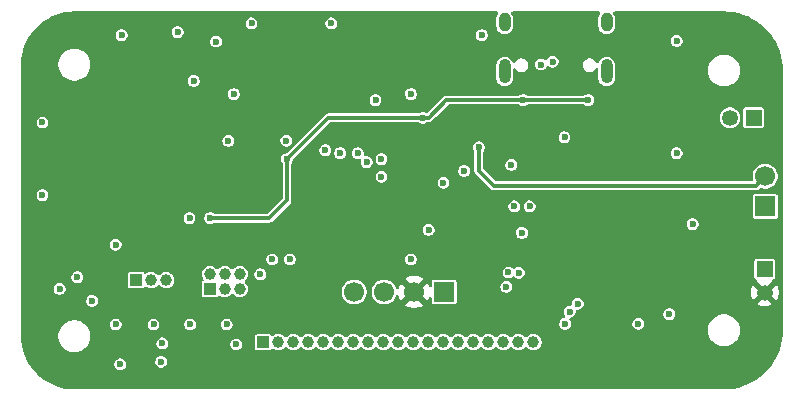
<source format=gbr>
%TF.GenerationSoftware,KiCad,Pcbnew,9.0.1*%
%TF.CreationDate,2025-06-29T09:49:02-05:00*%
%TF.ProjectId,OM-FlexGrid-Rigid-PCB,4f4d2d46-6c65-4784-9772-69642d526967,rev?*%
%TF.SameCoordinates,Original*%
%TF.FileFunction,Copper,L3,Inr*%
%TF.FilePolarity,Positive*%
%FSLAX46Y46*%
G04 Gerber Fmt 4.6, Leading zero omitted, Abs format (unit mm)*
G04 Created by KiCad (PCBNEW 9.0.1) date 2025-06-29 09:49:02*
%MOMM*%
%LPD*%
G01*
G04 APERTURE LIST*
%TA.AperFunction,ComponentPad*%
%ADD10R,1.350000X1.350000*%
%TD*%
%TA.AperFunction,ComponentPad*%
%ADD11C,1.350000*%
%TD*%
%TA.AperFunction,ComponentPad*%
%ADD12R,1.000000X1.000000*%
%TD*%
%TA.AperFunction,ComponentPad*%
%ADD13C,1.000000*%
%TD*%
%TA.AperFunction,ComponentPad*%
%ADD14R,1.700000X1.700000*%
%TD*%
%TA.AperFunction,ComponentPad*%
%ADD15C,1.700000*%
%TD*%
%TA.AperFunction,HeatsinkPad*%
%ADD16O,1.000000X2.100000*%
%TD*%
%TA.AperFunction,HeatsinkPad*%
%ADD17O,1.000000X1.600000*%
%TD*%
%TA.AperFunction,ViaPad*%
%ADD18C,0.600000*%
%TD*%
%TA.AperFunction,Conductor*%
%ADD19C,0.350000*%
%TD*%
G04 APERTURE END LIST*
D10*
%TO.N,GND*%
%TO.C,J7*%
X215450000Y-120800000D03*
D11*
%TO.N,+3V3*%
X215450000Y-122800000D03*
%TD*%
D12*
%TO.N,GP41*%
%TO.C,J1*%
X168480000Y-122500000D03*
D13*
%TO.N,SPI_MOSI*%
X168480000Y-121230000D03*
%TO.N,SPI_SCK*%
X169750000Y-122500000D03*
%TO.N,SPI_MISO*%
X169750000Y-121230000D03*
%TO.N,CS*%
X171020000Y-122500000D03*
%TO.N,GP40*%
X171020000Y-121230000D03*
%TD*%
D14*
%TO.N,GND*%
%TO.C,J2*%
X215500000Y-115500000D03*
D15*
%TO.N,VBAT*%
X215500000Y-112960000D03*
%TD*%
D14*
%TO.N,GND*%
%TO.C,SCRN1*%
X188310000Y-122750000D03*
D15*
%TO.N,+3V3*%
X185770000Y-122750000D03*
%TO.N,SCL*%
X183230000Y-122750000D03*
%TO.N,SDA*%
X180690000Y-122750000D03*
%TD*%
D16*
%TO.N,GND*%
%TO.C,J4*%
X202070000Y-104085000D03*
D17*
X202070000Y-99905000D03*
D16*
X193430000Y-104085000D03*
D17*
X193430000Y-99905000D03*
%TD*%
D12*
%TO.N,GND*%
%TO.C,J6*%
X162230000Y-121750000D03*
D13*
%TO.N,RX*%
X163500000Y-121750000D03*
%TO.N,TX*%
X164770000Y-121750000D03*
%TD*%
D10*
%TO.N,VBAT*%
%TO.C,J5*%
X214500000Y-108000000D03*
D11*
%TO.N,MotorGND*%
X212500000Y-108000000D03*
%TD*%
D12*
%TO.N,COL_0*%
%TO.C,J3*%
X173000000Y-127000000D03*
D13*
%TO.N,COL_1*%
X174270000Y-127000000D03*
%TO.N,COL_2*%
X175540000Y-127000000D03*
%TO.N,COL_3*%
X176810000Y-127000000D03*
%TO.N,COL_4*%
X178080000Y-127000000D03*
%TO.N,COL_5*%
X179350000Y-127000000D03*
%TO.N,COL_6*%
X180620000Y-127000000D03*
%TO.N,COL_7*%
X181890000Y-127000000D03*
%TO.N,COL_8*%
X183160000Y-127000000D03*
%TO.N,COL_9*%
X184430000Y-127000000D03*
%TO.N,COL_10*%
X185700000Y-127000000D03*
%TO.N,COL_11*%
X186970000Y-127000000D03*
%TO.N,COL_12*%
X188240000Y-127000000D03*
%TO.N,COL_13*%
X189510000Y-127000000D03*
%TO.N,COL_14*%
X190780000Y-127000000D03*
%TO.N,ROW_0*%
X192050000Y-127000000D03*
%TO.N,ROW_1*%
X193320000Y-127000000D03*
%TO.N,ROW_2*%
X194590000Y-127000000D03*
%TO.N,ROW_3*%
X195860000Y-127000000D03*
%TD*%
D18*
%TO.N,GND*%
X154300000Y-114550000D03*
X154300000Y-108400000D03*
%TO.N,ROW_1*%
X164450057Y-127100000D03*
%TO.N,+3V3*%
X197650000Y-126150000D03*
%TO.N,GND*%
X198550000Y-125450000D03*
X204750000Y-125450000D03*
X207375000Y-124625000D03*
%TO.N,COL_7*%
X198930514Y-124430515D03*
%TO.N,COL_6*%
X199610700Y-123750329D03*
%TO.N,S1*%
X194625000Y-121125000D03*
%TO.N,S0*%
X193750000Y-121100000D03*
%TO.N,GND*%
X193575000Y-122325000D03*
%TO.N,GP16_E*%
X195550000Y-115500000D03*
%TO.N,S2*%
X194900000Y-117750000D03*
%TO.N,S3*%
X194250000Y-115500000D03*
%TO.N,+3V3*%
X201850000Y-117050000D03*
%TO.N,GND*%
X198500000Y-109650000D03*
X209350000Y-117000000D03*
X187000000Y-117500000D03*
X161000000Y-101000000D03*
X183000000Y-111500000D03*
X185500000Y-120000000D03*
X169900000Y-125500000D03*
X174950000Y-109950000D03*
X182500000Y-106500000D03*
X170500000Y-106000000D03*
X163700000Y-125500000D03*
X166800000Y-125500000D03*
X170040000Y-109960000D03*
X194000000Y-112000000D03*
X167112500Y-104887500D03*
X178750000Y-100000000D03*
X160500000Y-125500000D03*
X208000000Y-111000000D03*
%TO.N,EN*%
X208000000Y-101500000D03*
%TO.N,+3V3*%
X187000000Y-119500000D03*
X205175000Y-112325000D03*
X180750000Y-102250000D03*
X174500000Y-106000000D03*
%TO.N,VBUS*%
X168500000Y-116500000D03*
X186500000Y-108000000D03*
X175000000Y-111500000D03*
X200500000Y-106500000D03*
X195000000Y-106500000D03*
%TO.N,Net-(D2-K)*%
X190000000Y-112500000D03*
X185500000Y-106000000D03*
%TO.N,GP40*%
X157250000Y-121500000D03*
%TO.N,SCL*%
X175250000Y-120000000D03*
%TO.N,GP41*%
X155750000Y-122500000D03*
%TO.N,ROW_3*%
X160875000Y-128875000D03*
X166750000Y-116500000D03*
X158500000Y-123500000D03*
%TO.N,ROW_2*%
X164350000Y-128650000D03*
%TO.N,ROW_0*%
X170700000Y-127200000D03*
%TO.N,D-*%
X196500000Y-103500000D03*
%TO.N,D+*%
X197500000Y-103250000D03*
%TO.N,SPI_SCK*%
X172750000Y-121250000D03*
%TO.N,ADC_BAT*%
X188250000Y-113500000D03*
%TO.N,Net-(MAX1-In)*%
X172000000Y-100000000D03*
X169000000Y-101550000D03*
%TO.N,VBAT*%
X191250000Y-110500000D03*
%TO.N,PWR_OFF*%
X165750000Y-100750000D03*
%TO.N,S3*%
X178250000Y-110750000D03*
%TO.N,GP16_E*%
X179500000Y-111000000D03*
%TO.N,S0*%
X183000000Y-113000000D03*
%TO.N,S2*%
X181000000Y-111000000D03*
%TO.N,S1*%
X181750000Y-111750000D03*
%TO.N,MENU*%
X160500000Y-118750000D03*
%TO.N,100*%
X191500000Y-101000000D03*
%TO.N,SELECT*%
X173750000Y-120000000D03*
%TD*%
D19*
%TO.N,VBUS*%
X195000000Y-106500000D02*
X188500000Y-106500000D01*
X200500000Y-106500000D02*
X195000000Y-106500000D01*
X173500000Y-116500000D02*
X168500000Y-116500000D01*
X178500000Y-108000000D02*
X175000000Y-111500000D01*
X175000000Y-111500000D02*
X175000000Y-115000000D01*
X175000000Y-115000000D02*
X173500000Y-116500000D01*
X186500000Y-108000000D02*
X178500000Y-108000000D01*
X188500000Y-106500000D02*
X187000000Y-108000000D01*
X187000000Y-108000000D02*
X186500000Y-108000000D01*
%TO.N,VBAT*%
X215500000Y-112960000D02*
X214710000Y-113750000D01*
X191250000Y-112500000D02*
X191250000Y-110500000D01*
X192500000Y-113750000D02*
X191250000Y-112500000D01*
X214710000Y-113750000D02*
X192500000Y-113750000D01*
%TD*%
%TA.AperFunction,Conductor*%
%TO.N,+3V3*%
G36*
X192826481Y-99020185D02*
G01*
X192872236Y-99072989D01*
X192882180Y-99142147D01*
X192862544Y-99193391D01*
X192809228Y-99273182D01*
X192809221Y-99273195D01*
X192756421Y-99400667D01*
X192756418Y-99400677D01*
X192729500Y-99536004D01*
X192729500Y-99536007D01*
X192729500Y-100273993D01*
X192729500Y-100273995D01*
X192729499Y-100273995D01*
X192756418Y-100409322D01*
X192756421Y-100409332D01*
X192809221Y-100536804D01*
X192809228Y-100536817D01*
X192885885Y-100651541D01*
X192885888Y-100651545D01*
X192983454Y-100749111D01*
X192983458Y-100749114D01*
X193098182Y-100825771D01*
X193098195Y-100825778D01*
X193225667Y-100878578D01*
X193225672Y-100878580D01*
X193225676Y-100878580D01*
X193225677Y-100878581D01*
X193361004Y-100905500D01*
X193361007Y-100905500D01*
X193498995Y-100905500D01*
X193590041Y-100887389D01*
X193634328Y-100878580D01*
X193761811Y-100825775D01*
X193876542Y-100749114D01*
X193974114Y-100651542D01*
X194050775Y-100536811D01*
X194103580Y-100409328D01*
X194120280Y-100325374D01*
X194130500Y-100273995D01*
X194130500Y-99536004D01*
X194103581Y-99400677D01*
X194103580Y-99400676D01*
X194103580Y-99400672D01*
X194061494Y-99299067D01*
X194050778Y-99273195D01*
X194050771Y-99273182D01*
X193997456Y-99193391D01*
X193976578Y-99126714D01*
X193995062Y-99059333D01*
X194047041Y-99012643D01*
X194100558Y-99000500D01*
X201399442Y-99000500D01*
X201466481Y-99020185D01*
X201512236Y-99072989D01*
X201522180Y-99142147D01*
X201502544Y-99193391D01*
X201449228Y-99273182D01*
X201449221Y-99273195D01*
X201396421Y-99400667D01*
X201396418Y-99400677D01*
X201369500Y-99536004D01*
X201369500Y-99536007D01*
X201369500Y-100273993D01*
X201369500Y-100273995D01*
X201369499Y-100273995D01*
X201396418Y-100409322D01*
X201396421Y-100409332D01*
X201449221Y-100536804D01*
X201449228Y-100536817D01*
X201525885Y-100651541D01*
X201525888Y-100651545D01*
X201623454Y-100749111D01*
X201623458Y-100749114D01*
X201738182Y-100825771D01*
X201738195Y-100825778D01*
X201865667Y-100878578D01*
X201865672Y-100878580D01*
X201865676Y-100878580D01*
X201865677Y-100878581D01*
X202001004Y-100905500D01*
X202001007Y-100905500D01*
X202138995Y-100905500D01*
X202230041Y-100887389D01*
X202274328Y-100878580D01*
X202401811Y-100825775D01*
X202516542Y-100749114D01*
X202614114Y-100651542D01*
X202690775Y-100536811D01*
X202743580Y-100409328D01*
X202760280Y-100325374D01*
X202770500Y-100273995D01*
X202770500Y-99536004D01*
X202743581Y-99400677D01*
X202743580Y-99400676D01*
X202743580Y-99400672D01*
X202701494Y-99299067D01*
X202690778Y-99273195D01*
X202690771Y-99273182D01*
X202637456Y-99193391D01*
X202616578Y-99126714D01*
X202635062Y-99059333D01*
X202687041Y-99012643D01*
X202740558Y-99000500D01*
X211934108Y-99000500D01*
X211997439Y-99000500D01*
X212002562Y-99000605D01*
X212407746Y-99017364D01*
X212417919Y-99018207D01*
X212817817Y-99068054D01*
X212827901Y-99069737D01*
X213222294Y-99152432D01*
X213232208Y-99154942D01*
X213618436Y-99269928D01*
X213628104Y-99273247D01*
X213954678Y-99400677D01*
X214003502Y-99419728D01*
X214012883Y-99423843D01*
X214252404Y-99540938D01*
X214374880Y-99600813D01*
X214383894Y-99605690D01*
X214730070Y-99811966D01*
X214738638Y-99817564D01*
X215066593Y-100051719D01*
X215074668Y-100058005D01*
X215083979Y-100065891D01*
X215382155Y-100318433D01*
X215389695Y-100325374D01*
X215674625Y-100610304D01*
X215681566Y-100617844D01*
X215781671Y-100736038D01*
X215841614Y-100806813D01*
X215941989Y-100925325D01*
X215948282Y-100933410D01*
X216055522Y-101083608D01*
X216182431Y-101261355D01*
X216188037Y-101269935D01*
X216394309Y-101616105D01*
X216399186Y-101625119D01*
X216576154Y-101987112D01*
X216580271Y-101996497D01*
X216726747Y-102371883D01*
X216730075Y-102381576D01*
X216845053Y-102767778D01*
X216847569Y-102777714D01*
X216930260Y-103172089D01*
X216931947Y-103182197D01*
X216981790Y-103582059D01*
X216982636Y-103592273D01*
X216999394Y-103997437D01*
X216999500Y-104002561D01*
X216999500Y-125997438D01*
X216999394Y-126002562D01*
X216982636Y-126407726D01*
X216981790Y-126417940D01*
X216931947Y-126817802D01*
X216930260Y-126827910D01*
X216847569Y-127222285D01*
X216845053Y-127232221D01*
X216730075Y-127618423D01*
X216726747Y-127628116D01*
X216580271Y-128003502D01*
X216576154Y-128012887D01*
X216399186Y-128374880D01*
X216394309Y-128383894D01*
X216188037Y-128730064D01*
X216182431Y-128738644D01*
X215948284Y-129066587D01*
X215941989Y-129074674D01*
X215681566Y-129382155D01*
X215674625Y-129389695D01*
X215389695Y-129674625D01*
X215382155Y-129681566D01*
X215074674Y-129941989D01*
X215066587Y-129948284D01*
X214738644Y-130182431D01*
X214730064Y-130188037D01*
X214383894Y-130394309D01*
X214374880Y-130399186D01*
X214012887Y-130576154D01*
X214003502Y-130580271D01*
X213628116Y-130726747D01*
X213618423Y-130730075D01*
X213232221Y-130845053D01*
X213222285Y-130847569D01*
X212827910Y-130930260D01*
X212817802Y-130931947D01*
X212417940Y-130981790D01*
X212407726Y-130982636D01*
X212002563Y-130999394D01*
X211997439Y-130999500D01*
X157002706Y-130999500D01*
X156997297Y-130999382D01*
X156613249Y-130982614D01*
X156602473Y-130981671D01*
X156224042Y-130931849D01*
X156213389Y-130929971D01*
X155840727Y-130847354D01*
X155830278Y-130844554D01*
X155466244Y-130729775D01*
X155456078Y-130726075D01*
X155103427Y-130580002D01*
X155093623Y-130575430D01*
X154755057Y-130399183D01*
X154745689Y-130393775D01*
X154423755Y-130188681D01*
X154414894Y-130182476D01*
X154112069Y-129950110D01*
X154103782Y-129943156D01*
X153822364Y-129685284D01*
X153814715Y-129677635D01*
X153556843Y-129396217D01*
X153549889Y-129387930D01*
X153317523Y-129085105D01*
X153311318Y-129076244D01*
X153306185Y-129068187D01*
X153141134Y-128809108D01*
X160374500Y-128809108D01*
X160374500Y-128940891D01*
X160408608Y-129068187D01*
X160418376Y-129085105D01*
X160474500Y-129182314D01*
X160567686Y-129275500D01*
X160681814Y-129341392D01*
X160809108Y-129375500D01*
X160809110Y-129375500D01*
X160940890Y-129375500D01*
X160940892Y-129375500D01*
X161068186Y-129341392D01*
X161182314Y-129275500D01*
X161275500Y-129182314D01*
X161341392Y-129068186D01*
X161375500Y-128940892D01*
X161375500Y-128809108D01*
X161341392Y-128681814D01*
X161284981Y-128584108D01*
X163849500Y-128584108D01*
X163849500Y-128715892D01*
X163854477Y-128734467D01*
X163883608Y-128843187D01*
X163897707Y-128867606D01*
X163949500Y-128957314D01*
X164042686Y-129050500D01*
X164156814Y-129116392D01*
X164284108Y-129150500D01*
X164284110Y-129150500D01*
X164415890Y-129150500D01*
X164415892Y-129150500D01*
X164543186Y-129116392D01*
X164657314Y-129050500D01*
X164750500Y-128957314D01*
X164816392Y-128843186D01*
X164850500Y-128715892D01*
X164850500Y-128584108D01*
X164816392Y-128456814D01*
X164750500Y-128342686D01*
X164657314Y-128249500D01*
X164600250Y-128216554D01*
X164543187Y-128183608D01*
X164479539Y-128166554D01*
X164415892Y-128149500D01*
X164284108Y-128149500D01*
X164156812Y-128183608D01*
X164042686Y-128249500D01*
X164042683Y-128249502D01*
X163949502Y-128342683D01*
X163949500Y-128342686D01*
X163883608Y-128456812D01*
X163871719Y-128501185D01*
X163849500Y-128584108D01*
X161284981Y-128584108D01*
X161275500Y-128567686D01*
X161182314Y-128474500D01*
X161125250Y-128441554D01*
X161068187Y-128408608D01*
X160975951Y-128383894D01*
X160940892Y-128374500D01*
X160809108Y-128374500D01*
X160681812Y-128408608D01*
X160567686Y-128474500D01*
X160567683Y-128474502D01*
X160474502Y-128567683D01*
X160474500Y-128567686D01*
X160408608Y-128681812D01*
X160374500Y-128809108D01*
X153141134Y-128809108D01*
X153106223Y-128754309D01*
X153100816Y-128744942D01*
X152924566Y-128406369D01*
X152919997Y-128396572D01*
X152911012Y-128374880D01*
X152773920Y-128043911D01*
X152770224Y-128033755D01*
X152655442Y-127669710D01*
X152652648Y-127659284D01*
X152570025Y-127286597D01*
X152568152Y-127275971D01*
X152518326Y-126897506D01*
X152517386Y-126886771D01*
X152500618Y-126502702D01*
X152500500Y-126497293D01*
X152500500Y-126393713D01*
X155649500Y-126393713D01*
X155649500Y-126606286D01*
X155682753Y-126816239D01*
X155682753Y-126816241D01*
X155682754Y-126816243D01*
X155738451Y-126987661D01*
X155748444Y-127018414D01*
X155844951Y-127207820D01*
X155969890Y-127379786D01*
X156120213Y-127530109D01*
X156292179Y-127655048D01*
X156292181Y-127655049D01*
X156292184Y-127655051D01*
X156481588Y-127751557D01*
X156683757Y-127817246D01*
X156893713Y-127850500D01*
X156893714Y-127850500D01*
X157106286Y-127850500D01*
X157106287Y-127850500D01*
X157316243Y-127817246D01*
X157518412Y-127751557D01*
X157707816Y-127655051D01*
X157754999Y-127620771D01*
X157879786Y-127530109D01*
X157879788Y-127530106D01*
X157879792Y-127530104D01*
X158030104Y-127379792D01*
X158030106Y-127379788D01*
X158030109Y-127379786D01*
X158155048Y-127207820D01*
X158155047Y-127207820D01*
X158155051Y-127207816D01*
X158243560Y-127034108D01*
X163949557Y-127034108D01*
X163949557Y-127165892D01*
X163964667Y-127222285D01*
X163983665Y-127293187D01*
X164016611Y-127350250D01*
X164049557Y-127407314D01*
X164142743Y-127500500D01*
X164256871Y-127566392D01*
X164384165Y-127600500D01*
X164384167Y-127600500D01*
X164515947Y-127600500D01*
X164515949Y-127600500D01*
X164643243Y-127566392D01*
X164757371Y-127500500D01*
X164850557Y-127407314D01*
X164916449Y-127293186D01*
X164950557Y-127165892D01*
X164950557Y-127134108D01*
X170199500Y-127134108D01*
X170199500Y-127265891D01*
X170233608Y-127393187D01*
X170246108Y-127414837D01*
X170299500Y-127507314D01*
X170392686Y-127600500D01*
X170506814Y-127666392D01*
X170634108Y-127700500D01*
X170634110Y-127700500D01*
X170765890Y-127700500D01*
X170765892Y-127700500D01*
X170893186Y-127666392D01*
X171007314Y-127600500D01*
X171100500Y-127507314D01*
X171166392Y-127393186D01*
X171200500Y-127265892D01*
X171200500Y-127134108D01*
X171166392Y-127006814D01*
X171100500Y-126892686D01*
X171007314Y-126799500D01*
X170950250Y-126766554D01*
X170893187Y-126733608D01*
X170829539Y-126716554D01*
X170765892Y-126699500D01*
X170634108Y-126699500D01*
X170506812Y-126733608D01*
X170392686Y-126799500D01*
X170392683Y-126799502D01*
X170299502Y-126892683D01*
X170299500Y-126892686D01*
X170233608Y-127006812D01*
X170199500Y-127134108D01*
X164950557Y-127134108D01*
X164950557Y-127034108D01*
X164916449Y-126906814D01*
X164850557Y-126792686D01*
X164757371Y-126699500D01*
X164700307Y-126666554D01*
X164643244Y-126633608D01*
X164579596Y-126616554D01*
X164515949Y-126599500D01*
X164384165Y-126599500D01*
X164256869Y-126633608D01*
X164142743Y-126699500D01*
X164142740Y-126699502D01*
X164049559Y-126792683D01*
X164049557Y-126792686D01*
X163983665Y-126906812D01*
X163962002Y-126987661D01*
X163949557Y-127034108D01*
X158243560Y-127034108D01*
X158251557Y-127018412D01*
X158317246Y-126816243D01*
X158350500Y-126606287D01*
X158350500Y-126480247D01*
X172299500Y-126480247D01*
X172299500Y-127519752D01*
X172311131Y-127578229D01*
X172311132Y-127578230D01*
X172355447Y-127644552D01*
X172421769Y-127688867D01*
X172421770Y-127688868D01*
X172480247Y-127700499D01*
X172480250Y-127700500D01*
X172480252Y-127700500D01*
X173519750Y-127700500D01*
X173519751Y-127700499D01*
X173534568Y-127697552D01*
X173578229Y-127688868D01*
X173578229Y-127688867D01*
X173578231Y-127688867D01*
X173644552Y-127644552D01*
X173677279Y-127595573D01*
X173730889Y-127550769D01*
X173800213Y-127542060D01*
X173849271Y-127561362D01*
X173938182Y-127620771D01*
X173938195Y-127620778D01*
X174065667Y-127673578D01*
X174065672Y-127673580D01*
X174065676Y-127673580D01*
X174065677Y-127673581D01*
X174201004Y-127700500D01*
X174201007Y-127700500D01*
X174338995Y-127700500D01*
X174430041Y-127682389D01*
X174474328Y-127673580D01*
X174601811Y-127620775D01*
X174716542Y-127544114D01*
X174760159Y-127500497D01*
X174817319Y-127443338D01*
X174878642Y-127409853D01*
X174948334Y-127414837D01*
X174992681Y-127443338D01*
X175093454Y-127544111D01*
X175093458Y-127544114D01*
X175208182Y-127620771D01*
X175208195Y-127620778D01*
X175335667Y-127673578D01*
X175335672Y-127673580D01*
X175335676Y-127673580D01*
X175335677Y-127673581D01*
X175471004Y-127700500D01*
X175471007Y-127700500D01*
X175608995Y-127700500D01*
X175700041Y-127682389D01*
X175744328Y-127673580D01*
X175871811Y-127620775D01*
X175986542Y-127544114D01*
X176030159Y-127500497D01*
X176087319Y-127443338D01*
X176148642Y-127409853D01*
X176218334Y-127414837D01*
X176262681Y-127443338D01*
X176363454Y-127544111D01*
X176363458Y-127544114D01*
X176478182Y-127620771D01*
X176478195Y-127620778D01*
X176605667Y-127673578D01*
X176605672Y-127673580D01*
X176605676Y-127673580D01*
X176605677Y-127673581D01*
X176741004Y-127700500D01*
X176741007Y-127700500D01*
X176878995Y-127700500D01*
X176970041Y-127682389D01*
X177014328Y-127673580D01*
X177141811Y-127620775D01*
X177256542Y-127544114D01*
X177300159Y-127500497D01*
X177357319Y-127443338D01*
X177418642Y-127409853D01*
X177488334Y-127414837D01*
X177532681Y-127443338D01*
X177633454Y-127544111D01*
X177633458Y-127544114D01*
X177748182Y-127620771D01*
X177748195Y-127620778D01*
X177875667Y-127673578D01*
X177875672Y-127673580D01*
X177875676Y-127673580D01*
X177875677Y-127673581D01*
X178011004Y-127700500D01*
X178011007Y-127700500D01*
X178148995Y-127700500D01*
X178240041Y-127682389D01*
X178284328Y-127673580D01*
X178411811Y-127620775D01*
X178526542Y-127544114D01*
X178570159Y-127500497D01*
X178627319Y-127443338D01*
X178688642Y-127409853D01*
X178758334Y-127414837D01*
X178802681Y-127443338D01*
X178903454Y-127544111D01*
X178903458Y-127544114D01*
X179018182Y-127620771D01*
X179018195Y-127620778D01*
X179145667Y-127673578D01*
X179145672Y-127673580D01*
X179145676Y-127673580D01*
X179145677Y-127673581D01*
X179281004Y-127700500D01*
X179281007Y-127700500D01*
X179418995Y-127700500D01*
X179510041Y-127682389D01*
X179554328Y-127673580D01*
X179681811Y-127620775D01*
X179796542Y-127544114D01*
X179840159Y-127500497D01*
X179897319Y-127443338D01*
X179958642Y-127409853D01*
X180028334Y-127414837D01*
X180072681Y-127443338D01*
X180173454Y-127544111D01*
X180173458Y-127544114D01*
X180288182Y-127620771D01*
X180288195Y-127620778D01*
X180415667Y-127673578D01*
X180415672Y-127673580D01*
X180415676Y-127673580D01*
X180415677Y-127673581D01*
X180551004Y-127700500D01*
X180551007Y-127700500D01*
X180688995Y-127700500D01*
X180780041Y-127682389D01*
X180824328Y-127673580D01*
X180951811Y-127620775D01*
X181066542Y-127544114D01*
X181110159Y-127500497D01*
X181167319Y-127443338D01*
X181228642Y-127409853D01*
X181298334Y-127414837D01*
X181342681Y-127443338D01*
X181443454Y-127544111D01*
X181443458Y-127544114D01*
X181558182Y-127620771D01*
X181558195Y-127620778D01*
X181685667Y-127673578D01*
X181685672Y-127673580D01*
X181685676Y-127673580D01*
X181685677Y-127673581D01*
X181821004Y-127700500D01*
X181821007Y-127700500D01*
X181958995Y-127700500D01*
X182050041Y-127682389D01*
X182094328Y-127673580D01*
X182221811Y-127620775D01*
X182336542Y-127544114D01*
X182380159Y-127500497D01*
X182437319Y-127443338D01*
X182498642Y-127409853D01*
X182568334Y-127414837D01*
X182612681Y-127443338D01*
X182713454Y-127544111D01*
X182713458Y-127544114D01*
X182828182Y-127620771D01*
X182828195Y-127620778D01*
X182955667Y-127673578D01*
X182955672Y-127673580D01*
X182955676Y-127673580D01*
X182955677Y-127673581D01*
X183091004Y-127700500D01*
X183091007Y-127700500D01*
X183228995Y-127700500D01*
X183320041Y-127682389D01*
X183364328Y-127673580D01*
X183491811Y-127620775D01*
X183606542Y-127544114D01*
X183650159Y-127500497D01*
X183707319Y-127443338D01*
X183768642Y-127409853D01*
X183838334Y-127414837D01*
X183882681Y-127443338D01*
X183983454Y-127544111D01*
X183983458Y-127544114D01*
X184098182Y-127620771D01*
X184098195Y-127620778D01*
X184225667Y-127673578D01*
X184225672Y-127673580D01*
X184225676Y-127673580D01*
X184225677Y-127673581D01*
X184361004Y-127700500D01*
X184361007Y-127700500D01*
X184498995Y-127700500D01*
X184590041Y-127682389D01*
X184634328Y-127673580D01*
X184761811Y-127620775D01*
X184876542Y-127544114D01*
X184920159Y-127500497D01*
X184977319Y-127443338D01*
X185038642Y-127409853D01*
X185108334Y-127414837D01*
X185152681Y-127443338D01*
X185253454Y-127544111D01*
X185253458Y-127544114D01*
X185368182Y-127620771D01*
X185368195Y-127620778D01*
X185495667Y-127673578D01*
X185495672Y-127673580D01*
X185495676Y-127673580D01*
X185495677Y-127673581D01*
X185631004Y-127700500D01*
X185631007Y-127700500D01*
X185768995Y-127700500D01*
X185860041Y-127682389D01*
X185904328Y-127673580D01*
X186031811Y-127620775D01*
X186146542Y-127544114D01*
X186190159Y-127500497D01*
X186247319Y-127443338D01*
X186308642Y-127409853D01*
X186378334Y-127414837D01*
X186422681Y-127443338D01*
X186523454Y-127544111D01*
X186523458Y-127544114D01*
X186638182Y-127620771D01*
X186638195Y-127620778D01*
X186765667Y-127673578D01*
X186765672Y-127673580D01*
X186765676Y-127673580D01*
X186765677Y-127673581D01*
X186901004Y-127700500D01*
X186901007Y-127700500D01*
X187038995Y-127700500D01*
X187130041Y-127682389D01*
X187174328Y-127673580D01*
X187301811Y-127620775D01*
X187416542Y-127544114D01*
X187460159Y-127500497D01*
X187517319Y-127443338D01*
X187578642Y-127409853D01*
X187648334Y-127414837D01*
X187692681Y-127443338D01*
X187793454Y-127544111D01*
X187793458Y-127544114D01*
X187908182Y-127620771D01*
X187908195Y-127620778D01*
X188035667Y-127673578D01*
X188035672Y-127673580D01*
X188035676Y-127673580D01*
X188035677Y-127673581D01*
X188171004Y-127700500D01*
X188171007Y-127700500D01*
X188308995Y-127700500D01*
X188400041Y-127682389D01*
X188444328Y-127673580D01*
X188571811Y-127620775D01*
X188686542Y-127544114D01*
X188730159Y-127500497D01*
X188787319Y-127443338D01*
X188848642Y-127409853D01*
X188918334Y-127414837D01*
X188962681Y-127443338D01*
X189063454Y-127544111D01*
X189063458Y-127544114D01*
X189178182Y-127620771D01*
X189178195Y-127620778D01*
X189305667Y-127673578D01*
X189305672Y-127673580D01*
X189305676Y-127673580D01*
X189305677Y-127673581D01*
X189441004Y-127700500D01*
X189441007Y-127700500D01*
X189578995Y-127700500D01*
X189670041Y-127682389D01*
X189714328Y-127673580D01*
X189841811Y-127620775D01*
X189956542Y-127544114D01*
X190000159Y-127500497D01*
X190057319Y-127443338D01*
X190118642Y-127409853D01*
X190188334Y-127414837D01*
X190232681Y-127443338D01*
X190333454Y-127544111D01*
X190333458Y-127544114D01*
X190448182Y-127620771D01*
X190448195Y-127620778D01*
X190575667Y-127673578D01*
X190575672Y-127673580D01*
X190575676Y-127673580D01*
X190575677Y-127673581D01*
X190711004Y-127700500D01*
X190711007Y-127700500D01*
X190848995Y-127700500D01*
X190940041Y-127682389D01*
X190984328Y-127673580D01*
X191111811Y-127620775D01*
X191226542Y-127544114D01*
X191270159Y-127500497D01*
X191327319Y-127443338D01*
X191388642Y-127409853D01*
X191458334Y-127414837D01*
X191502681Y-127443338D01*
X191603454Y-127544111D01*
X191603458Y-127544114D01*
X191718182Y-127620771D01*
X191718195Y-127620778D01*
X191845667Y-127673578D01*
X191845672Y-127673580D01*
X191845676Y-127673580D01*
X191845677Y-127673581D01*
X191981004Y-127700500D01*
X191981007Y-127700500D01*
X192118995Y-127700500D01*
X192210041Y-127682389D01*
X192254328Y-127673580D01*
X192381811Y-127620775D01*
X192496542Y-127544114D01*
X192540159Y-127500497D01*
X192597319Y-127443338D01*
X192658642Y-127409853D01*
X192728334Y-127414837D01*
X192772681Y-127443338D01*
X192873454Y-127544111D01*
X192873458Y-127544114D01*
X192988182Y-127620771D01*
X192988195Y-127620778D01*
X193115667Y-127673578D01*
X193115672Y-127673580D01*
X193115676Y-127673580D01*
X193115677Y-127673581D01*
X193251004Y-127700500D01*
X193251007Y-127700500D01*
X193388995Y-127700500D01*
X193480041Y-127682389D01*
X193524328Y-127673580D01*
X193651811Y-127620775D01*
X193766542Y-127544114D01*
X193810159Y-127500497D01*
X193867319Y-127443338D01*
X193928642Y-127409853D01*
X193998334Y-127414837D01*
X194042681Y-127443338D01*
X194143454Y-127544111D01*
X194143458Y-127544114D01*
X194258182Y-127620771D01*
X194258195Y-127620778D01*
X194385667Y-127673578D01*
X194385672Y-127673580D01*
X194385676Y-127673580D01*
X194385677Y-127673581D01*
X194521004Y-127700500D01*
X194521007Y-127700500D01*
X194658995Y-127700500D01*
X194750041Y-127682389D01*
X194794328Y-127673580D01*
X194921811Y-127620775D01*
X195036542Y-127544114D01*
X195080159Y-127500497D01*
X195137319Y-127443338D01*
X195198642Y-127409853D01*
X195268334Y-127414837D01*
X195312681Y-127443338D01*
X195413454Y-127544111D01*
X195413458Y-127544114D01*
X195528182Y-127620771D01*
X195528195Y-127620778D01*
X195655667Y-127673578D01*
X195655672Y-127673580D01*
X195655676Y-127673580D01*
X195655677Y-127673581D01*
X195791004Y-127700500D01*
X195791007Y-127700500D01*
X195928995Y-127700500D01*
X196020041Y-127682389D01*
X196064328Y-127673580D01*
X196191811Y-127620775D01*
X196306542Y-127544114D01*
X196404114Y-127446542D01*
X196480775Y-127331811D01*
X196533580Y-127204328D01*
X196560500Y-127068993D01*
X196560500Y-126931007D01*
X196560500Y-126931004D01*
X196533581Y-126795677D01*
X196533580Y-126795676D01*
X196533580Y-126795672D01*
X196532342Y-126792683D01*
X196480778Y-126668195D01*
X196480771Y-126668182D01*
X196404114Y-126553458D01*
X196404111Y-126553454D01*
X196306545Y-126455888D01*
X196306541Y-126455885D01*
X196191817Y-126379228D01*
X196191804Y-126379221D01*
X196064332Y-126326421D01*
X196064322Y-126326418D01*
X195928995Y-126299500D01*
X195928993Y-126299500D01*
X195791007Y-126299500D01*
X195791005Y-126299500D01*
X195655677Y-126326418D01*
X195655667Y-126326421D01*
X195528195Y-126379221D01*
X195528182Y-126379228D01*
X195413458Y-126455885D01*
X195413454Y-126455888D01*
X195312681Y-126556662D01*
X195251358Y-126590147D01*
X195181666Y-126585163D01*
X195137319Y-126556662D01*
X195036545Y-126455888D01*
X195036541Y-126455885D01*
X194921817Y-126379228D01*
X194921804Y-126379221D01*
X194794332Y-126326421D01*
X194794322Y-126326418D01*
X194658995Y-126299500D01*
X194658993Y-126299500D01*
X194521007Y-126299500D01*
X194521005Y-126299500D01*
X194385677Y-126326418D01*
X194385667Y-126326421D01*
X194258195Y-126379221D01*
X194258182Y-126379228D01*
X194143458Y-126455885D01*
X194143454Y-126455888D01*
X194042681Y-126556662D01*
X193981358Y-126590147D01*
X193911666Y-126585163D01*
X193867319Y-126556662D01*
X193766545Y-126455888D01*
X193766541Y-126455885D01*
X193651817Y-126379228D01*
X193651804Y-126379221D01*
X193524332Y-126326421D01*
X193524322Y-126326418D01*
X193388995Y-126299500D01*
X193388993Y-126299500D01*
X193251007Y-126299500D01*
X193251005Y-126299500D01*
X193115677Y-126326418D01*
X193115667Y-126326421D01*
X192988195Y-126379221D01*
X192988182Y-126379228D01*
X192873458Y-126455885D01*
X192873454Y-126455888D01*
X192772681Y-126556662D01*
X192711358Y-126590147D01*
X192641666Y-126585163D01*
X192597319Y-126556662D01*
X192496545Y-126455888D01*
X192496541Y-126455885D01*
X192381817Y-126379228D01*
X192381804Y-126379221D01*
X192254332Y-126326421D01*
X192254322Y-126326418D01*
X192118995Y-126299500D01*
X192118993Y-126299500D01*
X191981007Y-126299500D01*
X191981005Y-126299500D01*
X191845677Y-126326418D01*
X191845667Y-126326421D01*
X191718195Y-126379221D01*
X191718182Y-126379228D01*
X191603458Y-126455885D01*
X191603454Y-126455888D01*
X191502681Y-126556662D01*
X191441358Y-126590147D01*
X191371666Y-126585163D01*
X191327319Y-126556662D01*
X191226545Y-126455888D01*
X191226541Y-126455885D01*
X191111817Y-126379228D01*
X191111804Y-126379221D01*
X190984332Y-126326421D01*
X190984322Y-126326418D01*
X190848995Y-126299500D01*
X190848993Y-126299500D01*
X190711007Y-126299500D01*
X190711005Y-126299500D01*
X190575677Y-126326418D01*
X190575667Y-126326421D01*
X190448195Y-126379221D01*
X190448182Y-126379228D01*
X190333458Y-126455885D01*
X190333454Y-126455888D01*
X190232681Y-126556662D01*
X190171358Y-126590147D01*
X190101666Y-126585163D01*
X190057319Y-126556662D01*
X189956545Y-126455888D01*
X189956541Y-126455885D01*
X189841817Y-126379228D01*
X189841804Y-126379221D01*
X189714332Y-126326421D01*
X189714322Y-126326418D01*
X189578995Y-126299500D01*
X189578993Y-126299500D01*
X189441007Y-126299500D01*
X189441005Y-126299500D01*
X189305677Y-126326418D01*
X189305667Y-126326421D01*
X189178195Y-126379221D01*
X189178182Y-126379228D01*
X189063458Y-126455885D01*
X189063454Y-126455888D01*
X188962681Y-126556662D01*
X188901358Y-126590147D01*
X188831666Y-126585163D01*
X188787319Y-126556662D01*
X188686545Y-126455888D01*
X188686541Y-126455885D01*
X188571817Y-126379228D01*
X188571804Y-126379221D01*
X188444332Y-126326421D01*
X188444322Y-126326418D01*
X188308995Y-126299500D01*
X188308993Y-126299500D01*
X188171007Y-126299500D01*
X188171005Y-126299500D01*
X188035677Y-126326418D01*
X188035667Y-126326421D01*
X187908195Y-126379221D01*
X187908182Y-126379228D01*
X187793458Y-126455885D01*
X187793454Y-126455888D01*
X187692681Y-126556662D01*
X187631358Y-126590147D01*
X187561666Y-126585163D01*
X187517319Y-126556662D01*
X187416545Y-126455888D01*
X187416541Y-126455885D01*
X187301817Y-126379228D01*
X187301804Y-126379221D01*
X187174332Y-126326421D01*
X187174322Y-126326418D01*
X187038995Y-126299500D01*
X187038993Y-126299500D01*
X186901007Y-126299500D01*
X186901005Y-126299500D01*
X186765677Y-126326418D01*
X186765667Y-126326421D01*
X186638195Y-126379221D01*
X186638182Y-126379228D01*
X186523458Y-126455885D01*
X186523454Y-126455888D01*
X186422681Y-126556662D01*
X186361358Y-126590147D01*
X186291666Y-126585163D01*
X186247319Y-126556662D01*
X186146545Y-126455888D01*
X186146541Y-126455885D01*
X186031817Y-126379228D01*
X186031804Y-126379221D01*
X185904332Y-126326421D01*
X185904322Y-126326418D01*
X185768995Y-126299500D01*
X185768993Y-126299500D01*
X185631007Y-126299500D01*
X185631005Y-126299500D01*
X185495677Y-126326418D01*
X185495667Y-126326421D01*
X185368195Y-126379221D01*
X185368182Y-126379228D01*
X185253458Y-126455885D01*
X185253454Y-126455888D01*
X185152681Y-126556662D01*
X185091358Y-126590147D01*
X185021666Y-126585163D01*
X184977319Y-126556662D01*
X184876545Y-126455888D01*
X184876541Y-126455885D01*
X184761817Y-126379228D01*
X184761804Y-126379221D01*
X184634332Y-126326421D01*
X184634322Y-126326418D01*
X184498995Y-126299500D01*
X184498993Y-126299500D01*
X184361007Y-126299500D01*
X184361005Y-126299500D01*
X184225677Y-126326418D01*
X184225667Y-126326421D01*
X184098195Y-126379221D01*
X184098182Y-126379228D01*
X183983458Y-126455885D01*
X183983454Y-126455888D01*
X183882681Y-126556662D01*
X183821358Y-126590147D01*
X183751666Y-126585163D01*
X183707319Y-126556662D01*
X183606545Y-126455888D01*
X183606541Y-126455885D01*
X183491817Y-126379228D01*
X183491804Y-126379221D01*
X183364332Y-126326421D01*
X183364322Y-126326418D01*
X183228995Y-126299500D01*
X183228993Y-126299500D01*
X183091007Y-126299500D01*
X183091005Y-126299500D01*
X182955677Y-126326418D01*
X182955667Y-126326421D01*
X182828195Y-126379221D01*
X182828182Y-126379228D01*
X182713458Y-126455885D01*
X182713454Y-126455888D01*
X182612681Y-126556662D01*
X182551358Y-126590147D01*
X182481666Y-126585163D01*
X182437319Y-126556662D01*
X182336545Y-126455888D01*
X182336541Y-126455885D01*
X182221817Y-126379228D01*
X182221804Y-126379221D01*
X182094332Y-126326421D01*
X182094322Y-126326418D01*
X181958995Y-126299500D01*
X181958993Y-126299500D01*
X181821007Y-126299500D01*
X181821005Y-126299500D01*
X181685677Y-126326418D01*
X181685667Y-126326421D01*
X181558195Y-126379221D01*
X181558182Y-126379228D01*
X181443458Y-126455885D01*
X181443454Y-126455888D01*
X181342681Y-126556662D01*
X181281358Y-126590147D01*
X181211666Y-126585163D01*
X181167319Y-126556662D01*
X181066545Y-126455888D01*
X181066541Y-126455885D01*
X180951817Y-126379228D01*
X180951804Y-126379221D01*
X180824332Y-126326421D01*
X180824322Y-126326418D01*
X180688995Y-126299500D01*
X180688993Y-126299500D01*
X180551007Y-126299500D01*
X180551005Y-126299500D01*
X180415677Y-126326418D01*
X180415667Y-126326421D01*
X180288195Y-126379221D01*
X180288182Y-126379228D01*
X180173458Y-126455885D01*
X180173454Y-126455888D01*
X180072681Y-126556662D01*
X180011358Y-126590147D01*
X179941666Y-126585163D01*
X179897319Y-126556662D01*
X179796545Y-126455888D01*
X179796541Y-126455885D01*
X179681817Y-126379228D01*
X179681804Y-126379221D01*
X179554332Y-126326421D01*
X179554322Y-126326418D01*
X179418995Y-126299500D01*
X179418993Y-126299500D01*
X179281007Y-126299500D01*
X179281005Y-126299500D01*
X179145677Y-126326418D01*
X179145667Y-126326421D01*
X179018195Y-126379221D01*
X179018182Y-126379228D01*
X178903458Y-126455885D01*
X178903454Y-126455888D01*
X178802681Y-126556662D01*
X178741358Y-126590147D01*
X178671666Y-126585163D01*
X178627319Y-126556662D01*
X178526545Y-126455888D01*
X178526541Y-126455885D01*
X178411817Y-126379228D01*
X178411804Y-126379221D01*
X178284332Y-126326421D01*
X178284322Y-126326418D01*
X178148995Y-126299500D01*
X178148993Y-126299500D01*
X178011007Y-126299500D01*
X178011005Y-126299500D01*
X177875677Y-126326418D01*
X177875667Y-126326421D01*
X177748195Y-126379221D01*
X177748182Y-126379228D01*
X177633458Y-126455885D01*
X177633454Y-126455888D01*
X177532681Y-126556662D01*
X177471358Y-126590147D01*
X177401666Y-126585163D01*
X177357319Y-126556662D01*
X177256545Y-126455888D01*
X177256541Y-126455885D01*
X177141817Y-126379228D01*
X177141804Y-126379221D01*
X177014332Y-126326421D01*
X177014322Y-126326418D01*
X176878995Y-126299500D01*
X176878993Y-126299500D01*
X176741007Y-126299500D01*
X176741005Y-126299500D01*
X176605677Y-126326418D01*
X176605667Y-126326421D01*
X176478195Y-126379221D01*
X176478182Y-126379228D01*
X176363458Y-126455885D01*
X176363454Y-126455888D01*
X176262681Y-126556662D01*
X176201358Y-126590147D01*
X176131666Y-126585163D01*
X176087319Y-126556662D01*
X175986545Y-126455888D01*
X175986541Y-126455885D01*
X175871817Y-126379228D01*
X175871804Y-126379221D01*
X175744332Y-126326421D01*
X175744322Y-126326418D01*
X175608995Y-126299500D01*
X175608993Y-126299500D01*
X175471007Y-126299500D01*
X175471005Y-126299500D01*
X175335677Y-126326418D01*
X175335667Y-126326421D01*
X175208195Y-126379221D01*
X175208182Y-126379228D01*
X175093458Y-126455885D01*
X175093454Y-126455888D01*
X174992681Y-126556662D01*
X174931358Y-126590147D01*
X174861666Y-126585163D01*
X174817319Y-126556662D01*
X174716545Y-126455888D01*
X174716541Y-126455885D01*
X174601817Y-126379228D01*
X174601804Y-126379221D01*
X174474332Y-126326421D01*
X174474322Y-126326418D01*
X174338995Y-126299500D01*
X174338993Y-126299500D01*
X174201007Y-126299500D01*
X174201005Y-126299500D01*
X174065677Y-126326418D01*
X174065667Y-126326421D01*
X173938195Y-126379221D01*
X173938177Y-126379231D01*
X173849270Y-126438637D01*
X173782593Y-126459515D01*
X173715213Y-126441030D01*
X173677279Y-126404427D01*
X173644552Y-126355448D01*
X173601110Y-126326420D01*
X173578230Y-126311132D01*
X173578229Y-126311131D01*
X173519752Y-126299500D01*
X173519748Y-126299500D01*
X172480252Y-126299500D01*
X172480247Y-126299500D01*
X172421770Y-126311131D01*
X172421769Y-126311132D01*
X172355447Y-126355447D01*
X172311132Y-126421769D01*
X172311131Y-126421770D01*
X172299500Y-126480247D01*
X158350500Y-126480247D01*
X158350500Y-126393713D01*
X158317246Y-126183757D01*
X158251557Y-125981588D01*
X158155051Y-125792184D01*
X158155049Y-125792181D01*
X158155048Y-125792179D01*
X158030109Y-125620213D01*
X157879786Y-125469890D01*
X157830536Y-125434108D01*
X159999500Y-125434108D01*
X159999500Y-125565891D01*
X160033608Y-125693187D01*
X160066554Y-125750250D01*
X160099500Y-125807314D01*
X160192686Y-125900500D01*
X160306814Y-125966392D01*
X160434108Y-126000500D01*
X160434110Y-126000500D01*
X160565890Y-126000500D01*
X160565892Y-126000500D01*
X160693186Y-125966392D01*
X160807314Y-125900500D01*
X160900500Y-125807314D01*
X160966392Y-125693186D01*
X161000500Y-125565892D01*
X161000500Y-125434108D01*
X163199500Y-125434108D01*
X163199500Y-125565891D01*
X163233608Y-125693187D01*
X163266554Y-125750250D01*
X163299500Y-125807314D01*
X163392686Y-125900500D01*
X163506814Y-125966392D01*
X163634108Y-126000500D01*
X163634110Y-126000500D01*
X163765890Y-126000500D01*
X163765892Y-126000500D01*
X163893186Y-125966392D01*
X164007314Y-125900500D01*
X164100500Y-125807314D01*
X164166392Y-125693186D01*
X164200500Y-125565892D01*
X164200500Y-125434108D01*
X166299500Y-125434108D01*
X166299500Y-125565891D01*
X166333608Y-125693187D01*
X166366554Y-125750250D01*
X166399500Y-125807314D01*
X166492686Y-125900500D01*
X166606814Y-125966392D01*
X166734108Y-126000500D01*
X166734110Y-126000500D01*
X166865890Y-126000500D01*
X166865892Y-126000500D01*
X166993186Y-125966392D01*
X167107314Y-125900500D01*
X167200500Y-125807314D01*
X167266392Y-125693186D01*
X167300500Y-125565892D01*
X167300500Y-125434108D01*
X169399500Y-125434108D01*
X169399500Y-125565891D01*
X169433608Y-125693187D01*
X169466554Y-125750250D01*
X169499500Y-125807314D01*
X169592686Y-125900500D01*
X169706814Y-125966392D01*
X169834108Y-126000500D01*
X169834110Y-126000500D01*
X169965890Y-126000500D01*
X169965892Y-126000500D01*
X170093186Y-125966392D01*
X170207314Y-125900500D01*
X170300500Y-125807314D01*
X170366392Y-125693186D01*
X170400500Y-125565892D01*
X170400500Y-125434108D01*
X170387103Y-125384108D01*
X198049500Y-125384108D01*
X198049500Y-125515891D01*
X198083608Y-125643187D01*
X198107032Y-125683757D01*
X198149500Y-125757314D01*
X198242686Y-125850500D01*
X198356814Y-125916392D01*
X198484108Y-125950500D01*
X198484110Y-125950500D01*
X198615890Y-125950500D01*
X198615892Y-125950500D01*
X198743186Y-125916392D01*
X198857314Y-125850500D01*
X198950500Y-125757314D01*
X199016392Y-125643186D01*
X199050500Y-125515892D01*
X199050500Y-125384108D01*
X204249500Y-125384108D01*
X204249500Y-125515891D01*
X204283608Y-125643187D01*
X204307032Y-125683757D01*
X204349500Y-125757314D01*
X204442686Y-125850500D01*
X204556814Y-125916392D01*
X204684108Y-125950500D01*
X204684110Y-125950500D01*
X204815890Y-125950500D01*
X204815892Y-125950500D01*
X204943186Y-125916392D01*
X204982467Y-125893713D01*
X210649500Y-125893713D01*
X210649500Y-126106286D01*
X210681944Y-126311133D01*
X210682754Y-126316243D01*
X210743338Y-126502702D01*
X210748444Y-126518414D01*
X210844951Y-126707820D01*
X210969890Y-126879786D01*
X211120213Y-127030109D01*
X211292179Y-127155048D01*
X211292181Y-127155049D01*
X211292184Y-127155051D01*
X211481588Y-127251557D01*
X211683757Y-127317246D01*
X211893713Y-127350500D01*
X211893714Y-127350500D01*
X212106286Y-127350500D01*
X212106287Y-127350500D01*
X212316243Y-127317246D01*
X212518412Y-127251557D01*
X212707816Y-127155051D01*
X212826266Y-127068993D01*
X212879786Y-127030109D01*
X212879788Y-127030106D01*
X212879792Y-127030104D01*
X213030104Y-126879792D01*
X213030106Y-126879788D01*
X213030109Y-126879786D01*
X213155048Y-126707820D01*
X213155047Y-126707820D01*
X213155051Y-126707816D01*
X213251557Y-126518412D01*
X213317246Y-126316243D01*
X213350500Y-126106287D01*
X213350500Y-125893713D01*
X213317246Y-125683757D01*
X213251557Y-125481588D01*
X213155051Y-125292184D01*
X213155049Y-125292181D01*
X213155048Y-125292179D01*
X213030109Y-125120213D01*
X212879786Y-124969890D01*
X212707820Y-124844951D01*
X212518414Y-124748444D01*
X212518413Y-124748443D01*
X212518412Y-124748443D01*
X212316243Y-124682754D01*
X212316241Y-124682753D01*
X212316240Y-124682753D01*
X212154957Y-124657208D01*
X212106287Y-124649500D01*
X211893713Y-124649500D01*
X211845042Y-124657208D01*
X211683760Y-124682753D01*
X211683757Y-124682754D01*
X211514258Y-124737828D01*
X211481585Y-124748444D01*
X211292179Y-124844951D01*
X211120213Y-124969890D01*
X210969890Y-125120213D01*
X210844951Y-125292179D01*
X210748444Y-125481585D01*
X210682753Y-125683760D01*
X210649500Y-125893713D01*
X204982467Y-125893713D01*
X205057314Y-125850500D01*
X205150500Y-125757314D01*
X205216392Y-125643186D01*
X205250500Y-125515892D01*
X205250500Y-125384108D01*
X205216392Y-125256814D01*
X205150500Y-125142686D01*
X205057314Y-125049500D01*
X204970712Y-124999500D01*
X204943187Y-124983608D01*
X204879539Y-124966554D01*
X204815892Y-124949500D01*
X204684108Y-124949500D01*
X204556812Y-124983608D01*
X204442686Y-125049500D01*
X204442683Y-125049502D01*
X204349502Y-125142683D01*
X204349500Y-125142686D01*
X204283608Y-125256812D01*
X204249500Y-125384108D01*
X199050500Y-125384108D01*
X199016392Y-125256814D01*
X198950500Y-125142686D01*
X198945129Y-125137315D01*
X198911644Y-125075992D01*
X198916628Y-125006300D01*
X198958500Y-124950367D01*
X199000712Y-124929860D01*
X199123700Y-124896907D01*
X199237828Y-124831015D01*
X199331014Y-124737829D01*
X199396906Y-124623701D01*
X199414213Y-124559108D01*
X206874500Y-124559108D01*
X206874500Y-124690892D01*
X206889921Y-124748443D01*
X206908608Y-124818187D01*
X206924061Y-124844951D01*
X206974500Y-124932314D01*
X207067686Y-125025500D01*
X207181814Y-125091392D01*
X207309108Y-125125500D01*
X207309110Y-125125500D01*
X207440890Y-125125500D01*
X207440892Y-125125500D01*
X207568186Y-125091392D01*
X207682314Y-125025500D01*
X207775500Y-124932314D01*
X207841392Y-124818186D01*
X207875500Y-124690892D01*
X207875500Y-124559108D01*
X207841392Y-124431814D01*
X207775500Y-124317686D01*
X207682314Y-124224500D01*
X207620080Y-124188569D01*
X207568187Y-124158608D01*
X207504539Y-124141554D01*
X207440892Y-124124500D01*
X207309108Y-124124500D01*
X207181812Y-124158608D01*
X207067686Y-124224500D01*
X207067683Y-124224502D01*
X206974502Y-124317683D01*
X206974500Y-124317686D01*
X206908608Y-124431812D01*
X206881997Y-124531129D01*
X206874500Y-124559108D01*
X199414213Y-124559108D01*
X199431014Y-124496407D01*
X199431014Y-124371218D01*
X199431223Y-124367627D01*
X199441831Y-124337988D01*
X199450699Y-124307790D01*
X199453513Y-124305351D01*
X199454769Y-124301844D01*
X199479719Y-124282643D01*
X199503503Y-124262035D01*
X199507680Y-124261126D01*
X199510141Y-124259233D01*
X199520377Y-124258364D01*
X199555014Y-124250829D01*
X199676590Y-124250829D01*
X199676592Y-124250829D01*
X199803886Y-124216721D01*
X199918014Y-124150829D01*
X200011200Y-124057643D01*
X200077092Y-123943515D01*
X200111200Y-123816221D01*
X200111200Y-123684437D01*
X200077092Y-123557143D01*
X200011200Y-123443015D01*
X199918014Y-123349829D01*
X199843507Y-123306812D01*
X199803887Y-123283937D01*
X199729028Y-123263879D01*
X199676592Y-123249829D01*
X199544808Y-123249829D01*
X199417512Y-123283937D01*
X199303386Y-123349829D01*
X199303383Y-123349831D01*
X199210202Y-123443012D01*
X199210200Y-123443015D01*
X199144308Y-123557141D01*
X199110200Y-123684437D01*
X199110200Y-123806015D01*
X199090515Y-123873054D01*
X199037711Y-123918809D01*
X198986200Y-123930015D01*
X198864622Y-123930015D01*
X198737326Y-123964123D01*
X198623200Y-124030015D01*
X198623197Y-124030017D01*
X198530016Y-124123198D01*
X198530014Y-124123201D01*
X198464122Y-124237327D01*
X198430014Y-124364623D01*
X198430014Y-124496406D01*
X198464122Y-124623702D01*
X198479017Y-124649500D01*
X198530014Y-124737829D01*
X198530016Y-124737831D01*
X198535384Y-124743199D01*
X198568869Y-124804522D01*
X198563885Y-124874214D01*
X198522013Y-124930147D01*
X198479796Y-124950655D01*
X198356814Y-124983608D01*
X198356812Y-124983608D01*
X198356812Y-124983609D01*
X198242686Y-125049500D01*
X198242683Y-125049502D01*
X198149502Y-125142683D01*
X198149500Y-125142686D01*
X198083608Y-125256812D01*
X198049500Y-125384108D01*
X170387103Y-125384108D01*
X170366392Y-125306814D01*
X170300500Y-125192686D01*
X170207314Y-125099500D01*
X170150250Y-125066554D01*
X170093187Y-125033608D01*
X169991270Y-125006300D01*
X169965892Y-124999500D01*
X169834108Y-124999500D01*
X169706812Y-125033608D01*
X169592686Y-125099500D01*
X169592683Y-125099502D01*
X169499502Y-125192683D01*
X169499500Y-125192686D01*
X169433608Y-125306812D01*
X169399500Y-125434108D01*
X167300500Y-125434108D01*
X167266392Y-125306814D01*
X167200500Y-125192686D01*
X167107314Y-125099500D01*
X167050250Y-125066554D01*
X166993187Y-125033608D01*
X166891270Y-125006300D01*
X166865892Y-124999500D01*
X166734108Y-124999500D01*
X166606812Y-125033608D01*
X166492686Y-125099500D01*
X166492683Y-125099502D01*
X166399502Y-125192683D01*
X166399500Y-125192686D01*
X166333608Y-125306812D01*
X166299500Y-125434108D01*
X164200500Y-125434108D01*
X164166392Y-125306814D01*
X164100500Y-125192686D01*
X164007314Y-125099500D01*
X163950250Y-125066554D01*
X163893187Y-125033608D01*
X163791270Y-125006300D01*
X163765892Y-124999500D01*
X163634108Y-124999500D01*
X163506812Y-125033608D01*
X163392686Y-125099500D01*
X163392683Y-125099502D01*
X163299502Y-125192683D01*
X163299500Y-125192686D01*
X163233608Y-125306812D01*
X163199500Y-125434108D01*
X161000500Y-125434108D01*
X160966392Y-125306814D01*
X160900500Y-125192686D01*
X160807314Y-125099500D01*
X160750250Y-125066554D01*
X160693187Y-125033608D01*
X160591270Y-125006300D01*
X160565892Y-124999500D01*
X160434108Y-124999500D01*
X160306812Y-125033608D01*
X160192686Y-125099500D01*
X160192683Y-125099502D01*
X160099502Y-125192683D01*
X160099500Y-125192686D01*
X160033608Y-125306812D01*
X159999500Y-125434108D01*
X157830536Y-125434108D01*
X157707820Y-125344951D01*
X157518414Y-125248444D01*
X157518413Y-125248443D01*
X157518412Y-125248443D01*
X157316243Y-125182754D01*
X157316241Y-125182753D01*
X157316240Y-125182753D01*
X157154957Y-125157208D01*
X157106287Y-125149500D01*
X156893713Y-125149500D01*
X156845042Y-125157208D01*
X156683760Y-125182753D01*
X156481585Y-125248444D01*
X156292179Y-125344951D01*
X156120213Y-125469890D01*
X155969890Y-125620213D01*
X155844951Y-125792179D01*
X155748444Y-125981585D01*
X155682753Y-126183760D01*
X155649500Y-126393713D01*
X152500500Y-126393713D01*
X152500500Y-123434108D01*
X157999500Y-123434108D01*
X157999500Y-123565892D01*
X157999523Y-123565977D01*
X158033608Y-123693187D01*
X158063264Y-123744552D01*
X158099500Y-123807314D01*
X158192686Y-123900500D01*
X158306814Y-123966392D01*
X158434108Y-124000500D01*
X158434110Y-124000500D01*
X158565890Y-124000500D01*
X158565892Y-124000500D01*
X158693186Y-123966392D01*
X158807314Y-123900500D01*
X158900500Y-123807314D01*
X158966392Y-123693186D01*
X159000500Y-123565892D01*
X159000500Y-123434108D01*
X158966392Y-123306814D01*
X158900500Y-123192686D01*
X158807314Y-123099500D01*
X158733714Y-123057007D01*
X158693187Y-123033608D01*
X158591729Y-123006423D01*
X158565892Y-122999500D01*
X158434108Y-122999500D01*
X158306812Y-123033608D01*
X158192686Y-123099500D01*
X158192683Y-123099502D01*
X158099502Y-123192683D01*
X158099500Y-123192686D01*
X158033608Y-123306812D01*
X158003373Y-123419655D01*
X157999500Y-123434108D01*
X152500500Y-123434108D01*
X152500500Y-122434108D01*
X155249500Y-122434108D01*
X155249500Y-122565892D01*
X155262994Y-122616251D01*
X155283608Y-122693187D01*
X155314873Y-122747339D01*
X155349500Y-122807314D01*
X155442686Y-122900500D01*
X155556814Y-122966392D01*
X155684108Y-123000500D01*
X155684110Y-123000500D01*
X155815890Y-123000500D01*
X155815892Y-123000500D01*
X155943186Y-122966392D01*
X156057314Y-122900500D01*
X156150500Y-122807314D01*
X156216392Y-122693186D01*
X156250500Y-122565892D01*
X156250500Y-122434108D01*
X156216392Y-122306814D01*
X156150500Y-122192686D01*
X156057314Y-122099500D01*
X156000250Y-122066554D01*
X155943187Y-122033608D01*
X155879539Y-122016554D01*
X155815892Y-121999500D01*
X155684108Y-121999500D01*
X155556812Y-122033608D01*
X155442686Y-122099500D01*
X155442683Y-122099502D01*
X155349502Y-122192683D01*
X155349500Y-122192686D01*
X155283608Y-122306812D01*
X155254055Y-122417107D01*
X155249500Y-122434108D01*
X152500500Y-122434108D01*
X152500500Y-121434108D01*
X156749500Y-121434108D01*
X156749500Y-121565892D01*
X156765472Y-121625500D01*
X156783608Y-121693187D01*
X156797005Y-121716391D01*
X156849500Y-121807314D01*
X156942686Y-121900500D01*
X157056814Y-121966392D01*
X157184108Y-122000500D01*
X157184110Y-122000500D01*
X157315890Y-122000500D01*
X157315892Y-122000500D01*
X157443186Y-121966392D01*
X157557314Y-121900500D01*
X157650500Y-121807314D01*
X157716392Y-121693186D01*
X157750500Y-121565892D01*
X157750500Y-121434108D01*
X157716392Y-121306814D01*
X157716390Y-121306810D01*
X157704469Y-121286162D01*
X157704468Y-121286161D01*
X157702114Y-121282084D01*
X157672186Y-121230247D01*
X161529500Y-121230247D01*
X161529500Y-122269752D01*
X161541131Y-122328229D01*
X161541132Y-122328230D01*
X161585447Y-122394552D01*
X161651769Y-122438867D01*
X161651770Y-122438868D01*
X161710247Y-122450499D01*
X161710250Y-122450500D01*
X161710252Y-122450500D01*
X162749750Y-122450500D01*
X162749751Y-122450499D01*
X162770129Y-122446446D01*
X162808229Y-122438868D01*
X162808229Y-122438867D01*
X162808231Y-122438867D01*
X162874552Y-122394552D01*
X162907279Y-122345573D01*
X162960889Y-122300769D01*
X163030213Y-122292060D01*
X163079271Y-122311362D01*
X163168182Y-122370771D01*
X163168195Y-122370778D01*
X163295667Y-122423578D01*
X163295672Y-122423580D01*
X163295676Y-122423580D01*
X163295677Y-122423581D01*
X163431004Y-122450500D01*
X163431007Y-122450500D01*
X163568995Y-122450500D01*
X163667005Y-122431004D01*
X163704328Y-122423580D01*
X163831811Y-122370775D01*
X163946542Y-122294114D01*
X163990656Y-122250000D01*
X164047319Y-122193338D01*
X164108642Y-122159853D01*
X164178334Y-122164837D01*
X164222681Y-122193338D01*
X164323454Y-122294111D01*
X164323458Y-122294114D01*
X164438182Y-122370771D01*
X164438195Y-122370778D01*
X164565667Y-122423578D01*
X164565672Y-122423580D01*
X164565676Y-122423580D01*
X164565677Y-122423581D01*
X164701004Y-122450500D01*
X164701007Y-122450500D01*
X164838995Y-122450500D01*
X164937005Y-122431004D01*
X164974328Y-122423580D01*
X165101811Y-122370775D01*
X165216542Y-122294114D01*
X165314114Y-122196542D01*
X165390775Y-122081811D01*
X165391384Y-122080342D01*
X165417336Y-122017686D01*
X165443580Y-121954328D01*
X165469405Y-121824500D01*
X165470500Y-121818995D01*
X165470500Y-121681004D01*
X165443581Y-121545677D01*
X165443580Y-121545676D01*
X165443580Y-121545672D01*
X165424208Y-121498904D01*
X165390778Y-121418195D01*
X165390771Y-121418182D01*
X165314114Y-121303458D01*
X165314111Y-121303454D01*
X165309652Y-121298995D01*
X167779499Y-121298995D01*
X167806418Y-121434322D01*
X167806421Y-121434332D01*
X167859221Y-121561804D01*
X167859228Y-121561817D01*
X167918637Y-121650728D01*
X167939515Y-121717406D01*
X167921031Y-121784786D01*
X167884426Y-121822721D01*
X167835447Y-121855447D01*
X167791132Y-121921769D01*
X167791131Y-121921770D01*
X167779500Y-121980247D01*
X167779500Y-123019752D01*
X167791131Y-123078229D01*
X167791132Y-123078230D01*
X167835447Y-123144552D01*
X167901769Y-123188867D01*
X167901770Y-123188868D01*
X167960247Y-123200499D01*
X167960250Y-123200500D01*
X167960252Y-123200500D01*
X168999750Y-123200500D01*
X168999751Y-123200499D01*
X169014568Y-123197552D01*
X169058229Y-123188868D01*
X169058229Y-123188867D01*
X169058231Y-123188867D01*
X169124552Y-123144552D01*
X169157279Y-123095573D01*
X169210889Y-123050769D01*
X169280213Y-123042060D01*
X169329271Y-123061362D01*
X169418182Y-123120771D01*
X169418195Y-123120778D01*
X169497322Y-123153553D01*
X169545672Y-123173580D01*
X169545676Y-123173580D01*
X169545677Y-123173581D01*
X169681004Y-123200500D01*
X169681007Y-123200500D01*
X169818995Y-123200500D01*
X169910041Y-123182389D01*
X169954328Y-123173580D01*
X170081811Y-123120775D01*
X170196542Y-123044114D01*
X170241156Y-122999500D01*
X170297319Y-122943338D01*
X170358642Y-122909853D01*
X170428334Y-122914837D01*
X170472681Y-122943338D01*
X170573454Y-123044111D01*
X170573458Y-123044114D01*
X170688182Y-123120771D01*
X170688195Y-123120778D01*
X170767322Y-123153553D01*
X170815672Y-123173580D01*
X170815676Y-123173580D01*
X170815677Y-123173581D01*
X170951004Y-123200500D01*
X170951007Y-123200500D01*
X171088995Y-123200500D01*
X171180041Y-123182389D01*
X171224328Y-123173580D01*
X171351811Y-123120775D01*
X171466542Y-123044114D01*
X171564114Y-122946542D01*
X171640775Y-122831811D01*
X171693580Y-122704328D01*
X171705077Y-122646530D01*
X179639500Y-122646530D01*
X179639500Y-122853469D01*
X179679868Y-123056412D01*
X179679870Y-123056420D01*
X179745939Y-123215925D01*
X179759059Y-123247598D01*
X179783340Y-123283937D01*
X179874024Y-123419657D01*
X180020342Y-123565975D01*
X180020345Y-123565977D01*
X180192402Y-123680941D01*
X180383580Y-123760130D01*
X180586530Y-123800499D01*
X180586534Y-123800500D01*
X180586535Y-123800500D01*
X180793466Y-123800500D01*
X180793467Y-123800499D01*
X180996420Y-123760130D01*
X181187598Y-123680941D01*
X181359655Y-123565977D01*
X181505977Y-123419655D01*
X181620941Y-123247598D01*
X181700130Y-123056420D01*
X181740500Y-122853465D01*
X181740500Y-122646535D01*
X181740499Y-122646530D01*
X182179500Y-122646530D01*
X182179500Y-122853469D01*
X182219868Y-123056412D01*
X182219870Y-123056420D01*
X182285939Y-123215925D01*
X182299059Y-123247598D01*
X182323340Y-123283937D01*
X182414024Y-123419657D01*
X182560342Y-123565975D01*
X182560345Y-123565977D01*
X182732402Y-123680941D01*
X182923580Y-123760130D01*
X183126530Y-123800499D01*
X183126534Y-123800500D01*
X183126535Y-123800500D01*
X183333466Y-123800500D01*
X183333467Y-123800499D01*
X183536420Y-123760130D01*
X183727598Y-123680941D01*
X183899655Y-123565977D01*
X184045977Y-123419655D01*
X184160941Y-123247598D01*
X184229165Y-123082889D01*
X184273004Y-123028488D01*
X184339298Y-123006423D01*
X184406998Y-123023702D01*
X184454609Y-123074839D01*
X184461656Y-123092026D01*
X184518904Y-123268216D01*
X184615375Y-123457550D01*
X184654728Y-123511716D01*
X185287037Y-122879408D01*
X185304075Y-122942993D01*
X185369901Y-123057007D01*
X185462993Y-123150099D01*
X185577007Y-123215925D01*
X185640590Y-123232962D01*
X185008282Y-123865269D01*
X185008282Y-123865270D01*
X185062449Y-123904624D01*
X185251782Y-124001095D01*
X185453870Y-124066757D01*
X185663754Y-124100000D01*
X185876246Y-124100000D01*
X186086127Y-124066757D01*
X186086130Y-124066757D01*
X186288217Y-124001095D01*
X186477554Y-123904622D01*
X186531716Y-123865270D01*
X186531717Y-123865270D01*
X185899408Y-123232962D01*
X185962993Y-123215925D01*
X186077007Y-123150099D01*
X186170099Y-123057007D01*
X186235925Y-122942993D01*
X186252962Y-122879408D01*
X186885270Y-123511717D01*
X186885270Y-123511716D01*
X186924622Y-123457554D01*
X187023306Y-123263879D01*
X187024321Y-123264396D01*
X187064779Y-123214192D01*
X187131073Y-123192127D01*
X187198772Y-123209406D01*
X187246383Y-123260542D01*
X187259500Y-123316048D01*
X187259500Y-123619752D01*
X187271131Y-123678229D01*
X187271132Y-123678230D01*
X187315447Y-123744552D01*
X187381769Y-123788867D01*
X187381770Y-123788868D01*
X187440247Y-123800499D01*
X187440250Y-123800500D01*
X187440252Y-123800500D01*
X189179750Y-123800500D01*
X189179751Y-123800499D01*
X189194568Y-123797552D01*
X189238229Y-123788868D01*
X189238229Y-123788867D01*
X189238231Y-123788867D01*
X189304552Y-123744552D01*
X189348867Y-123678231D01*
X189348867Y-123678229D01*
X189348868Y-123678229D01*
X189360499Y-123619752D01*
X189360500Y-123619750D01*
X189360500Y-122259108D01*
X193074500Y-122259108D01*
X193074500Y-122390892D01*
X193090472Y-122450500D01*
X193108608Y-122518187D01*
X193137943Y-122568995D01*
X193174500Y-122632314D01*
X193267686Y-122725500D01*
X193381814Y-122791392D01*
X193509108Y-122825500D01*
X193509110Y-122825500D01*
X193640890Y-122825500D01*
X193640892Y-122825500D01*
X193768186Y-122791392D01*
X193882314Y-122725500D01*
X193900288Y-122707526D01*
X214275000Y-122707526D01*
X214275000Y-122892473D01*
X214303933Y-123075147D01*
X214361083Y-123251040D01*
X214361084Y-123251043D01*
X214445050Y-123415834D01*
X214460015Y-123436430D01*
X214460016Y-123436431D01*
X215050000Y-122846447D01*
X215050000Y-122852661D01*
X215077259Y-122954394D01*
X215129920Y-123045606D01*
X215204394Y-123120080D01*
X215295606Y-123172741D01*
X215397339Y-123200000D01*
X215403553Y-123200000D01*
X214813568Y-123789983D01*
X214813568Y-123789984D01*
X214834165Y-123804949D01*
X214998956Y-123888915D01*
X214998959Y-123888916D01*
X215174852Y-123946066D01*
X215357527Y-123975000D01*
X215542473Y-123975000D01*
X215725147Y-123946066D01*
X215901040Y-123888916D01*
X215901043Y-123888915D01*
X216065836Y-123804947D01*
X216065845Y-123804942D01*
X216086430Y-123789984D01*
X216086431Y-123789983D01*
X215496448Y-123200000D01*
X215502661Y-123200000D01*
X215604394Y-123172741D01*
X215695606Y-123120080D01*
X215770080Y-123045606D01*
X215822741Y-122954394D01*
X215850000Y-122852661D01*
X215850000Y-122846448D01*
X216439983Y-123436431D01*
X216439984Y-123436430D01*
X216454942Y-123415845D01*
X216454947Y-123415836D01*
X216538915Y-123251043D01*
X216538916Y-123251040D01*
X216596066Y-123075147D01*
X216625000Y-122892473D01*
X216625000Y-122707526D01*
X216596066Y-122524852D01*
X216538916Y-122348959D01*
X216538915Y-122348956D01*
X216454949Y-122184165D01*
X216439983Y-122163568D01*
X215850000Y-122753551D01*
X215850000Y-122747339D01*
X215822741Y-122645606D01*
X215770080Y-122554394D01*
X215695606Y-122479920D01*
X215604394Y-122427259D01*
X215502661Y-122400000D01*
X215496447Y-122400000D01*
X216086430Y-121810016D01*
X216085551Y-121798845D01*
X216099915Y-121730468D01*
X216148965Y-121680710D01*
X216184977Y-121667497D01*
X216203231Y-121663867D01*
X216269552Y-121619552D01*
X216313867Y-121553231D01*
X216313867Y-121553229D01*
X216313868Y-121553229D01*
X216325499Y-121494752D01*
X216325500Y-121494750D01*
X216325500Y-120105249D01*
X216325499Y-120105247D01*
X216313868Y-120046770D01*
X216313867Y-120046769D01*
X216269552Y-119980447D01*
X216203230Y-119936132D01*
X216203229Y-119936131D01*
X216144752Y-119924500D01*
X216144748Y-119924500D01*
X214755252Y-119924500D01*
X214755247Y-119924500D01*
X214696770Y-119936131D01*
X214696769Y-119936132D01*
X214630447Y-119980447D01*
X214586132Y-120046769D01*
X214586131Y-120046770D01*
X214574500Y-120105247D01*
X214574500Y-121494752D01*
X214586131Y-121553229D01*
X214586132Y-121553230D01*
X214630447Y-121619552D01*
X214696769Y-121663867D01*
X214696770Y-121663868D01*
X214715020Y-121667498D01*
X214776931Y-121699882D01*
X214811505Y-121760598D01*
X214814447Y-121798844D01*
X214813567Y-121810014D01*
X215403554Y-122400000D01*
X215397339Y-122400000D01*
X215295606Y-122427259D01*
X215204394Y-122479920D01*
X215129920Y-122554394D01*
X215077259Y-122645606D01*
X215050000Y-122747339D01*
X215050000Y-122753553D01*
X214460015Y-122163568D01*
X214445049Y-122184167D01*
X214361084Y-122348956D01*
X214361083Y-122348959D01*
X214303933Y-122524852D01*
X214275000Y-122707526D01*
X193900288Y-122707526D01*
X193975500Y-122632314D01*
X194041392Y-122518186D01*
X194075500Y-122390892D01*
X194075500Y-122259108D01*
X194041392Y-122131814D01*
X193975500Y-122017686D01*
X193882314Y-121924500D01*
X193824911Y-121891358D01*
X193768187Y-121858608D01*
X193721909Y-121846208D01*
X193721907Y-121846207D01*
X193640892Y-121824500D01*
X193509108Y-121824500D01*
X193381812Y-121858608D01*
X193267686Y-121924500D01*
X193267683Y-121924502D01*
X193174502Y-122017683D01*
X193174500Y-122017686D01*
X193108608Y-122131812D01*
X193081822Y-122231781D01*
X193074500Y-122259108D01*
X189360500Y-122259108D01*
X189360500Y-121880249D01*
X189360499Y-121880247D01*
X189348868Y-121821770D01*
X189348867Y-121821769D01*
X189304552Y-121755447D01*
X189238230Y-121711132D01*
X189238229Y-121711131D01*
X189179752Y-121699500D01*
X189179748Y-121699500D01*
X187440252Y-121699500D01*
X187440247Y-121699500D01*
X187381770Y-121711131D01*
X187381769Y-121711132D01*
X187315447Y-121755447D01*
X187271132Y-121821769D01*
X187271131Y-121821770D01*
X187259500Y-121880247D01*
X187259500Y-122183951D01*
X187239815Y-122250990D01*
X187187011Y-122296745D01*
X187117853Y-122306689D01*
X187054297Y-122277664D01*
X187024061Y-122235736D01*
X187023306Y-122236121D01*
X186924624Y-122042449D01*
X186885270Y-121988282D01*
X186885269Y-121988282D01*
X186252962Y-122620590D01*
X186235925Y-122557007D01*
X186170099Y-122442993D01*
X186077007Y-122349901D01*
X185962993Y-122284075D01*
X185899409Y-122267037D01*
X186531716Y-121634728D01*
X186477550Y-121595375D01*
X186288217Y-121498904D01*
X186086129Y-121433242D01*
X185876246Y-121400000D01*
X185663754Y-121400000D01*
X185453872Y-121433242D01*
X185453869Y-121433242D01*
X185251782Y-121498904D01*
X185062439Y-121595380D01*
X185008282Y-121634727D01*
X185008282Y-121634728D01*
X185640591Y-122267037D01*
X185577007Y-122284075D01*
X185462993Y-122349901D01*
X185369901Y-122442993D01*
X185304075Y-122557007D01*
X185287037Y-122620590D01*
X184654728Y-121988282D01*
X184654727Y-121988282D01*
X184615380Y-122042439D01*
X184518905Y-122231781D01*
X184461656Y-122407974D01*
X184422218Y-122465649D01*
X184357859Y-122492847D01*
X184289013Y-122480932D01*
X184237537Y-122433688D01*
X184229164Y-122417107D01*
X184160943Y-122252405D01*
X184045975Y-122080342D01*
X183899657Y-121934024D01*
X183782057Y-121855447D01*
X183727598Y-121819059D01*
X183727443Y-121818995D01*
X183673252Y-121796548D01*
X183536420Y-121739870D01*
X183536412Y-121739868D01*
X183333469Y-121699500D01*
X183333465Y-121699500D01*
X183126535Y-121699500D01*
X183126530Y-121699500D01*
X182923587Y-121739868D01*
X182923579Y-121739870D01*
X182732403Y-121819058D01*
X182560342Y-121934024D01*
X182414024Y-122080342D01*
X182299058Y-122252403D01*
X182219870Y-122443579D01*
X182219868Y-122443587D01*
X182179500Y-122646530D01*
X181740499Y-122646530D01*
X181700130Y-122443580D01*
X181620941Y-122252402D01*
X181505977Y-122080345D01*
X181505975Y-122080342D01*
X181359657Y-121934024D01*
X181242057Y-121855447D01*
X181187598Y-121819059D01*
X181187443Y-121818995D01*
X180996420Y-121739870D01*
X180996412Y-121739868D01*
X180793469Y-121699500D01*
X180793465Y-121699500D01*
X180586535Y-121699500D01*
X180586530Y-121699500D01*
X180383587Y-121739868D01*
X180383579Y-121739870D01*
X180192403Y-121819058D01*
X180020342Y-121934024D01*
X179874024Y-122080342D01*
X179759058Y-122252403D01*
X179679870Y-122443579D01*
X179679868Y-122443587D01*
X179639500Y-122646530D01*
X171705077Y-122646530D01*
X171707904Y-122632316D01*
X171711100Y-122616252D01*
X171711100Y-122616251D01*
X171720500Y-122568995D01*
X171720500Y-122431004D01*
X171693581Y-122295677D01*
X171693580Y-122295676D01*
X171693580Y-122295672D01*
X171678435Y-122259108D01*
X171640778Y-122168195D01*
X171640771Y-122168182D01*
X171564114Y-122053458D01*
X171564111Y-122053454D01*
X171463338Y-121952681D01*
X171429853Y-121891358D01*
X171434837Y-121821666D01*
X171463338Y-121777319D01*
X171564111Y-121676545D01*
X171564114Y-121676542D01*
X171640775Y-121561811D01*
X171693580Y-121434328D01*
X171712314Y-121340147D01*
X171720500Y-121298995D01*
X171720500Y-121184108D01*
X172249500Y-121184108D01*
X172249500Y-121315891D01*
X172283608Y-121443187D01*
X172289003Y-121452531D01*
X172349500Y-121557314D01*
X172442686Y-121650500D01*
X172556814Y-121716392D01*
X172684108Y-121750500D01*
X172684110Y-121750500D01*
X172815890Y-121750500D01*
X172815892Y-121750500D01*
X172943186Y-121716392D01*
X173057314Y-121650500D01*
X173150500Y-121557314D01*
X173216392Y-121443186D01*
X173250500Y-121315892D01*
X173250500Y-121184108D01*
X173216392Y-121056814D01*
X173203283Y-121034108D01*
X193249500Y-121034108D01*
X193249500Y-121165892D01*
X193260216Y-121205885D01*
X193283608Y-121293187D01*
X193298042Y-121318187D01*
X193349500Y-121407314D01*
X193442686Y-121500500D01*
X193520926Y-121545672D01*
X193555944Y-121565890D01*
X193556814Y-121566392D01*
X193684108Y-121600500D01*
X193755568Y-121600500D01*
X193815890Y-121600500D01*
X193815892Y-121600500D01*
X193943186Y-121566392D01*
X194057314Y-121500500D01*
X194087319Y-121470495D01*
X194148642Y-121437010D01*
X194218334Y-121441994D01*
X194262681Y-121470495D01*
X194317686Y-121525500D01*
X194431814Y-121591392D01*
X194559108Y-121625500D01*
X194559110Y-121625500D01*
X194690890Y-121625500D01*
X194690892Y-121625500D01*
X194818186Y-121591392D01*
X194932314Y-121525500D01*
X195025500Y-121432314D01*
X195091392Y-121318186D01*
X195125500Y-121190892D01*
X195125500Y-121059108D01*
X195091392Y-120931814D01*
X195025500Y-120817686D01*
X194932314Y-120724500D01*
X194865431Y-120685885D01*
X194818187Y-120658608D01*
X194754539Y-120641554D01*
X194690892Y-120624500D01*
X194559108Y-120624500D01*
X194431812Y-120658608D01*
X194317686Y-120724500D01*
X194287678Y-120754507D01*
X194226354Y-120787990D01*
X194156662Y-120783004D01*
X194112318Y-120754504D01*
X194057316Y-120699502D01*
X194057314Y-120699500D01*
X193986487Y-120658608D01*
X193943187Y-120633608D01*
X193879539Y-120616554D01*
X193815892Y-120599500D01*
X193684108Y-120599500D01*
X193556812Y-120633608D01*
X193442686Y-120699500D01*
X193442683Y-120699502D01*
X193349502Y-120792683D01*
X193349500Y-120792686D01*
X193283608Y-120906812D01*
X193276909Y-120931814D01*
X193249500Y-121034108D01*
X173203283Y-121034108D01*
X173150500Y-120942686D01*
X173057314Y-120849500D01*
X172958910Y-120792686D01*
X172943187Y-120783608D01*
X172879539Y-120766554D01*
X172815892Y-120749500D01*
X172684108Y-120749500D01*
X172556812Y-120783608D01*
X172442686Y-120849500D01*
X172442683Y-120849502D01*
X172349502Y-120942683D01*
X172349500Y-120942686D01*
X172283608Y-121056812D01*
X172249500Y-121184108D01*
X171720500Y-121184108D01*
X171720500Y-121161004D01*
X171693581Y-121025677D01*
X171693580Y-121025676D01*
X171693580Y-121025672D01*
X171682739Y-120999500D01*
X171640778Y-120898195D01*
X171640771Y-120898182D01*
X171564114Y-120783458D01*
X171564111Y-120783454D01*
X171466545Y-120685888D01*
X171466541Y-120685885D01*
X171351817Y-120609228D01*
X171351804Y-120609221D01*
X171224332Y-120556421D01*
X171224322Y-120556418D01*
X171088995Y-120529500D01*
X171088993Y-120529500D01*
X170951007Y-120529500D01*
X170951005Y-120529500D01*
X170815677Y-120556418D01*
X170815667Y-120556421D01*
X170688195Y-120609221D01*
X170688182Y-120609228D01*
X170573458Y-120685885D01*
X170573454Y-120685888D01*
X170472681Y-120786662D01*
X170411358Y-120820147D01*
X170341666Y-120815163D01*
X170297319Y-120786662D01*
X170196545Y-120685888D01*
X170196541Y-120685885D01*
X170081817Y-120609228D01*
X170081804Y-120609221D01*
X169954332Y-120556421D01*
X169954322Y-120556418D01*
X169818995Y-120529500D01*
X169818993Y-120529500D01*
X169681007Y-120529500D01*
X169681005Y-120529500D01*
X169545677Y-120556418D01*
X169545667Y-120556421D01*
X169418195Y-120609221D01*
X169418182Y-120609228D01*
X169303458Y-120685885D01*
X169303454Y-120685888D01*
X169202681Y-120786662D01*
X169141358Y-120820147D01*
X169071666Y-120815163D01*
X169027319Y-120786662D01*
X168926545Y-120685888D01*
X168926541Y-120685885D01*
X168811817Y-120609228D01*
X168811804Y-120609221D01*
X168684332Y-120556421D01*
X168684322Y-120556418D01*
X168548995Y-120529500D01*
X168548993Y-120529500D01*
X168411007Y-120529500D01*
X168411005Y-120529500D01*
X168275677Y-120556418D01*
X168275667Y-120556421D01*
X168148195Y-120609221D01*
X168148182Y-120609228D01*
X168033458Y-120685885D01*
X168033454Y-120685888D01*
X167935888Y-120783454D01*
X167935885Y-120783458D01*
X167859228Y-120898182D01*
X167859221Y-120898195D01*
X167806421Y-121025667D01*
X167806418Y-121025677D01*
X167779500Y-121161004D01*
X167779500Y-121161007D01*
X167779500Y-121298993D01*
X167779500Y-121298995D01*
X167779499Y-121298995D01*
X165309652Y-121298995D01*
X165216545Y-121205888D01*
X165216541Y-121205885D01*
X165101817Y-121129228D01*
X165101804Y-121129221D01*
X164974332Y-121076421D01*
X164974322Y-121076418D01*
X164838995Y-121049500D01*
X164838993Y-121049500D01*
X164701007Y-121049500D01*
X164701005Y-121049500D01*
X164565677Y-121076418D01*
X164565667Y-121076421D01*
X164438195Y-121129221D01*
X164438182Y-121129228D01*
X164323458Y-121205885D01*
X164323454Y-121205888D01*
X164222681Y-121306662D01*
X164161358Y-121340147D01*
X164091666Y-121335163D01*
X164047319Y-121306662D01*
X163946545Y-121205888D01*
X163946541Y-121205885D01*
X163831817Y-121129228D01*
X163831804Y-121129221D01*
X163704332Y-121076421D01*
X163704322Y-121076418D01*
X163568995Y-121049500D01*
X163568993Y-121049500D01*
X163431007Y-121049500D01*
X163431005Y-121049500D01*
X163295677Y-121076418D01*
X163295667Y-121076421D01*
X163168195Y-121129221D01*
X163168177Y-121129231D01*
X163079270Y-121188637D01*
X163012593Y-121209515D01*
X162945213Y-121191030D01*
X162907279Y-121154427D01*
X162874552Y-121105448D01*
X162865654Y-121099502D01*
X162808230Y-121061132D01*
X162808229Y-121061131D01*
X162749752Y-121049500D01*
X162749748Y-121049500D01*
X161710252Y-121049500D01*
X161710247Y-121049500D01*
X161651770Y-121061131D01*
X161651769Y-121061132D01*
X161585447Y-121105447D01*
X161541132Y-121171769D01*
X161541131Y-121171770D01*
X161529500Y-121230247D01*
X157672186Y-121230247D01*
X157650500Y-121192686D01*
X157557314Y-121099500D01*
X157483380Y-121056814D01*
X157443187Y-121033608D01*
X157379539Y-121016554D01*
X157315892Y-120999500D01*
X157184108Y-120999500D01*
X157056812Y-121033608D01*
X156942686Y-121099500D01*
X156942683Y-121099502D01*
X156849502Y-121192683D01*
X156849500Y-121192686D01*
X156783608Y-121306812D01*
X156758639Y-121400000D01*
X156749500Y-121434108D01*
X152500500Y-121434108D01*
X152500500Y-119934108D01*
X173249500Y-119934108D01*
X173249500Y-120065891D01*
X173283608Y-120193187D01*
X173316554Y-120250250D01*
X173349500Y-120307314D01*
X173442686Y-120400500D01*
X173556814Y-120466392D01*
X173684108Y-120500500D01*
X173684110Y-120500500D01*
X173815890Y-120500500D01*
X173815892Y-120500500D01*
X173943186Y-120466392D01*
X174057314Y-120400500D01*
X174150500Y-120307314D01*
X174216392Y-120193186D01*
X174250500Y-120065892D01*
X174250500Y-119934108D01*
X174749500Y-119934108D01*
X174749500Y-120065891D01*
X174783608Y-120193187D01*
X174816554Y-120250250D01*
X174849500Y-120307314D01*
X174942686Y-120400500D01*
X175056814Y-120466392D01*
X175184108Y-120500500D01*
X175184110Y-120500500D01*
X175315890Y-120500500D01*
X175315892Y-120500500D01*
X175443186Y-120466392D01*
X175557314Y-120400500D01*
X175650500Y-120307314D01*
X175716392Y-120193186D01*
X175750500Y-120065892D01*
X175750500Y-119934108D01*
X184999500Y-119934108D01*
X184999500Y-120065891D01*
X185033608Y-120193187D01*
X185066554Y-120250250D01*
X185099500Y-120307314D01*
X185192686Y-120400500D01*
X185306814Y-120466392D01*
X185434108Y-120500500D01*
X185434110Y-120500500D01*
X185565890Y-120500500D01*
X185565892Y-120500500D01*
X185693186Y-120466392D01*
X185807314Y-120400500D01*
X185900500Y-120307314D01*
X185966392Y-120193186D01*
X186000500Y-120065892D01*
X186000500Y-119934108D01*
X185966392Y-119806814D01*
X185900500Y-119692686D01*
X185807314Y-119599500D01*
X185750250Y-119566554D01*
X185693187Y-119533608D01*
X185629539Y-119516554D01*
X185565892Y-119499500D01*
X185434108Y-119499500D01*
X185306812Y-119533608D01*
X185192686Y-119599500D01*
X185192683Y-119599502D01*
X185099502Y-119692683D01*
X185099500Y-119692686D01*
X185033608Y-119806812D01*
X184999500Y-119934108D01*
X175750500Y-119934108D01*
X175716392Y-119806814D01*
X175650500Y-119692686D01*
X175557314Y-119599500D01*
X175500250Y-119566554D01*
X175443187Y-119533608D01*
X175379539Y-119516554D01*
X175315892Y-119499500D01*
X175184108Y-119499500D01*
X175056812Y-119533608D01*
X174942686Y-119599500D01*
X174942683Y-119599502D01*
X174849502Y-119692683D01*
X174849500Y-119692686D01*
X174783608Y-119806812D01*
X174749500Y-119934108D01*
X174250500Y-119934108D01*
X174216392Y-119806814D01*
X174150500Y-119692686D01*
X174057314Y-119599500D01*
X174000250Y-119566554D01*
X173943187Y-119533608D01*
X173879539Y-119516554D01*
X173815892Y-119499500D01*
X173684108Y-119499500D01*
X173556812Y-119533608D01*
X173442686Y-119599500D01*
X173442683Y-119599502D01*
X173349502Y-119692683D01*
X173349500Y-119692686D01*
X173283608Y-119806812D01*
X173249500Y-119934108D01*
X152500500Y-119934108D01*
X152500500Y-118684108D01*
X159999500Y-118684108D01*
X159999500Y-118815891D01*
X160033608Y-118943187D01*
X160066554Y-119000250D01*
X160099500Y-119057314D01*
X160192686Y-119150500D01*
X160306814Y-119216392D01*
X160434108Y-119250500D01*
X160434110Y-119250500D01*
X160565890Y-119250500D01*
X160565892Y-119250500D01*
X160693186Y-119216392D01*
X160807314Y-119150500D01*
X160900500Y-119057314D01*
X160966392Y-118943186D01*
X161000500Y-118815892D01*
X161000500Y-118684108D01*
X160966392Y-118556814D01*
X160900500Y-118442686D01*
X160807314Y-118349500D01*
X160750250Y-118316554D01*
X160693187Y-118283608D01*
X160629539Y-118266554D01*
X160565892Y-118249500D01*
X160434108Y-118249500D01*
X160306812Y-118283608D01*
X160192686Y-118349500D01*
X160192683Y-118349502D01*
X160099502Y-118442683D01*
X160099500Y-118442686D01*
X160033608Y-118556812D01*
X159999500Y-118684108D01*
X152500500Y-118684108D01*
X152500500Y-117434108D01*
X186499500Y-117434108D01*
X186499500Y-117565891D01*
X186533608Y-117693187D01*
X186566554Y-117750250D01*
X186599500Y-117807314D01*
X186692686Y-117900500D01*
X186806814Y-117966392D01*
X186934108Y-118000500D01*
X186934110Y-118000500D01*
X187065890Y-118000500D01*
X187065892Y-118000500D01*
X187193186Y-117966392D01*
X187307314Y-117900500D01*
X187400500Y-117807314D01*
X187466392Y-117693186D01*
X187468824Y-117684108D01*
X194399500Y-117684108D01*
X194399500Y-117815891D01*
X194433608Y-117943187D01*
X194447005Y-117966391D01*
X194499500Y-118057314D01*
X194592686Y-118150500D01*
X194706814Y-118216392D01*
X194834108Y-118250500D01*
X194834110Y-118250500D01*
X194965890Y-118250500D01*
X194965892Y-118250500D01*
X195093186Y-118216392D01*
X195207314Y-118150500D01*
X195300500Y-118057314D01*
X195366392Y-117943186D01*
X195400500Y-117815892D01*
X195400500Y-117684108D01*
X195366392Y-117556814D01*
X195300500Y-117442686D01*
X195207314Y-117349500D01*
X195150250Y-117316554D01*
X195093187Y-117283608D01*
X195029539Y-117266554D01*
X194965892Y-117249500D01*
X194834108Y-117249500D01*
X194706812Y-117283608D01*
X194592686Y-117349500D01*
X194592683Y-117349502D01*
X194499502Y-117442683D01*
X194499500Y-117442686D01*
X194433608Y-117556812D01*
X194399500Y-117684108D01*
X187468824Y-117684108D01*
X187500500Y-117565892D01*
X187500500Y-117434108D01*
X187466392Y-117306814D01*
X187400500Y-117192686D01*
X187307314Y-117099500D01*
X187193186Y-117033608D01*
X187065892Y-116999500D01*
X186934108Y-116999500D01*
X186806812Y-117033608D01*
X186692686Y-117099500D01*
X186692683Y-117099502D01*
X186599502Y-117192683D01*
X186599500Y-117192686D01*
X186533608Y-117306812D01*
X186499500Y-117434108D01*
X152500500Y-117434108D01*
X152500500Y-116434108D01*
X166249500Y-116434108D01*
X166249500Y-116565891D01*
X166283608Y-116693187D01*
X166305187Y-116730562D01*
X166349500Y-116807314D01*
X166442686Y-116900500D01*
X166556814Y-116966392D01*
X166684108Y-117000500D01*
X166684110Y-117000500D01*
X166815890Y-117000500D01*
X166815892Y-117000500D01*
X166943186Y-116966392D01*
X167057314Y-116900500D01*
X167150500Y-116807314D01*
X167216392Y-116693186D01*
X167250500Y-116565892D01*
X167250500Y-116434108D01*
X167999500Y-116434108D01*
X167999500Y-116565891D01*
X168033608Y-116693187D01*
X168055187Y-116730562D01*
X168099500Y-116807314D01*
X168192686Y-116900500D01*
X168306814Y-116966392D01*
X168434108Y-117000500D01*
X168434110Y-117000500D01*
X168565890Y-117000500D01*
X168565892Y-117000500D01*
X168693186Y-116966392D01*
X168749103Y-116934108D01*
X208849500Y-116934108D01*
X208849500Y-117065891D01*
X208883608Y-117193187D01*
X208916121Y-117249500D01*
X208949500Y-117307314D01*
X209042686Y-117400500D01*
X209156814Y-117466392D01*
X209284108Y-117500500D01*
X209284110Y-117500500D01*
X209415890Y-117500500D01*
X209415892Y-117500500D01*
X209543186Y-117466392D01*
X209657314Y-117400500D01*
X209750500Y-117307314D01*
X209816392Y-117193186D01*
X209850500Y-117065892D01*
X209850500Y-116934108D01*
X209816392Y-116806814D01*
X209750500Y-116692686D01*
X209657314Y-116599500D01*
X209552297Y-116538868D01*
X209543187Y-116533608D01*
X209479539Y-116516554D01*
X209415892Y-116499500D01*
X209284108Y-116499500D01*
X209156812Y-116533608D01*
X209042686Y-116599500D01*
X209042683Y-116599502D01*
X208949502Y-116692683D01*
X208949500Y-116692686D01*
X208883608Y-116806812D01*
X208849500Y-116934108D01*
X168749103Y-116934108D01*
X168807314Y-116900500D01*
X168807315Y-116900498D01*
X168814352Y-116896436D01*
X168815131Y-116897786D01*
X168871671Y-116875930D01*
X168881987Y-116875500D01*
X173549435Y-116875500D01*
X173549436Y-116875500D01*
X173597186Y-116862705D01*
X173644938Y-116849910D01*
X173730562Y-116800475D01*
X173800475Y-116730562D01*
X175096929Y-115434108D01*
X193749500Y-115434108D01*
X193749500Y-115565891D01*
X193783608Y-115693187D01*
X193816554Y-115750250D01*
X193849500Y-115807314D01*
X193942686Y-115900500D01*
X194056814Y-115966392D01*
X194184108Y-116000500D01*
X194184110Y-116000500D01*
X194315890Y-116000500D01*
X194315892Y-116000500D01*
X194443186Y-115966392D01*
X194557314Y-115900500D01*
X194650500Y-115807314D01*
X194716392Y-115693186D01*
X194750500Y-115565892D01*
X194750500Y-115434108D01*
X195049500Y-115434108D01*
X195049500Y-115565891D01*
X195083608Y-115693187D01*
X195116554Y-115750250D01*
X195149500Y-115807314D01*
X195242686Y-115900500D01*
X195356814Y-115966392D01*
X195484108Y-116000500D01*
X195484110Y-116000500D01*
X195615890Y-116000500D01*
X195615892Y-116000500D01*
X195743186Y-115966392D01*
X195857314Y-115900500D01*
X195950500Y-115807314D01*
X196016392Y-115693186D01*
X196050500Y-115565892D01*
X196050500Y-115434108D01*
X196016392Y-115306814D01*
X195950500Y-115192686D01*
X195857314Y-115099500D01*
X195772442Y-115050499D01*
X195743187Y-115033608D01*
X195678931Y-115016391D01*
X195615892Y-114999500D01*
X195484108Y-114999500D01*
X195356812Y-115033608D01*
X195242686Y-115099500D01*
X195242683Y-115099502D01*
X195149502Y-115192683D01*
X195149500Y-115192686D01*
X195083608Y-115306812D01*
X195049500Y-115434108D01*
X194750500Y-115434108D01*
X194716392Y-115306814D01*
X194650500Y-115192686D01*
X194557314Y-115099500D01*
X194472442Y-115050499D01*
X194443187Y-115033608D01*
X194378931Y-115016391D01*
X194315892Y-114999500D01*
X194184108Y-114999500D01*
X194056812Y-115033608D01*
X193942686Y-115099500D01*
X193942683Y-115099502D01*
X193849502Y-115192683D01*
X193849500Y-115192686D01*
X193783608Y-115306812D01*
X193749500Y-115434108D01*
X175096929Y-115434108D01*
X175300474Y-115230563D01*
X175300475Y-115230562D01*
X175349910Y-115144938D01*
X175375500Y-115049435D01*
X175375500Y-114630247D01*
X214449500Y-114630247D01*
X214449500Y-116369752D01*
X214461131Y-116428229D01*
X214461132Y-116428230D01*
X214505447Y-116494552D01*
X214571769Y-116538867D01*
X214571770Y-116538868D01*
X214630247Y-116550499D01*
X214630250Y-116550500D01*
X214630252Y-116550500D01*
X216369750Y-116550500D01*
X216369751Y-116550499D01*
X216384568Y-116547552D01*
X216428229Y-116538868D01*
X216428229Y-116538867D01*
X216428231Y-116538867D01*
X216494552Y-116494552D01*
X216538867Y-116428231D01*
X216538867Y-116428229D01*
X216538868Y-116428229D01*
X216550499Y-116369752D01*
X216550500Y-116369750D01*
X216550500Y-114630249D01*
X216550499Y-114630247D01*
X216538868Y-114571770D01*
X216538867Y-114571769D01*
X216494552Y-114505447D01*
X216428230Y-114461132D01*
X216428229Y-114461131D01*
X216369752Y-114449500D01*
X216369748Y-114449500D01*
X214630252Y-114449500D01*
X214630247Y-114449500D01*
X214571770Y-114461131D01*
X214571769Y-114461132D01*
X214505447Y-114505447D01*
X214461132Y-114571769D01*
X214461131Y-114571770D01*
X214449500Y-114630247D01*
X175375500Y-114630247D01*
X175375500Y-112934108D01*
X182499500Y-112934108D01*
X182499500Y-113065891D01*
X182533608Y-113193187D01*
X182566554Y-113250250D01*
X182599500Y-113307314D01*
X182692686Y-113400500D01*
X182806814Y-113466392D01*
X182934108Y-113500500D01*
X182934110Y-113500500D01*
X183065890Y-113500500D01*
X183065892Y-113500500D01*
X183193186Y-113466392D01*
X183249103Y-113434108D01*
X187749500Y-113434108D01*
X187749500Y-113565891D01*
X187783608Y-113693187D01*
X187816554Y-113750250D01*
X187849500Y-113807314D01*
X187942686Y-113900500D01*
X188056814Y-113966392D01*
X188184108Y-114000500D01*
X188184110Y-114000500D01*
X188315890Y-114000500D01*
X188315892Y-114000500D01*
X188443186Y-113966392D01*
X188557314Y-113900500D01*
X188650500Y-113807314D01*
X188716392Y-113693186D01*
X188750500Y-113565892D01*
X188750500Y-113434108D01*
X188716392Y-113306814D01*
X188650500Y-113192686D01*
X188557314Y-113099500D01*
X188494907Y-113063469D01*
X188443187Y-113033608D01*
X188379539Y-113016554D01*
X188315892Y-112999500D01*
X188184108Y-112999500D01*
X188056812Y-113033608D01*
X187942686Y-113099500D01*
X187942683Y-113099502D01*
X187849502Y-113192683D01*
X187849500Y-113192686D01*
X187783608Y-113306812D01*
X187749500Y-113434108D01*
X183249103Y-113434108D01*
X183307314Y-113400500D01*
X183400500Y-113307314D01*
X183466392Y-113193186D01*
X183500500Y-113065892D01*
X183500500Y-112934108D01*
X183466392Y-112806814D01*
X183400500Y-112692686D01*
X183307314Y-112599500D01*
X183193186Y-112533608D01*
X183065892Y-112499500D01*
X182934108Y-112499500D01*
X182806812Y-112533608D01*
X182692686Y-112599500D01*
X182692683Y-112599502D01*
X182599502Y-112692683D01*
X182599500Y-112692686D01*
X182533608Y-112806812D01*
X182499500Y-112934108D01*
X175375500Y-112934108D01*
X175375500Y-112434108D01*
X189499500Y-112434108D01*
X189499500Y-112565891D01*
X189533608Y-112693187D01*
X189566554Y-112750250D01*
X189599500Y-112807314D01*
X189692686Y-112900500D01*
X189806814Y-112966392D01*
X189934108Y-113000500D01*
X189934110Y-113000500D01*
X190065890Y-113000500D01*
X190065892Y-113000500D01*
X190193186Y-112966392D01*
X190307314Y-112900500D01*
X190400500Y-112807314D01*
X190466392Y-112693186D01*
X190500500Y-112565892D01*
X190500500Y-112434108D01*
X190466392Y-112306814D01*
X190400500Y-112192686D01*
X190307314Y-112099500D01*
X190249100Y-112065890D01*
X190193187Y-112033608D01*
X190129539Y-112016554D01*
X190065892Y-111999500D01*
X189934108Y-111999500D01*
X189806812Y-112033608D01*
X189692686Y-112099500D01*
X189692683Y-112099502D01*
X189599502Y-112192683D01*
X189599500Y-112192686D01*
X189533608Y-112306812D01*
X189499500Y-112434108D01*
X175375500Y-112434108D01*
X175375500Y-111881986D01*
X175395185Y-111814947D01*
X175400258Y-111807732D01*
X175400498Y-111807315D01*
X175400500Y-111807314D01*
X175466392Y-111693186D01*
X175500500Y-111565892D01*
X175500500Y-111565890D01*
X175502603Y-111558042D01*
X175504109Y-111558445D01*
X175528631Y-111503012D01*
X175535612Y-111495424D01*
X176346928Y-110684108D01*
X177749500Y-110684108D01*
X177749500Y-110815891D01*
X177783608Y-110943187D01*
X177815174Y-110997860D01*
X177849500Y-111057314D01*
X177942686Y-111150500D01*
X178056814Y-111216392D01*
X178184108Y-111250500D01*
X178184110Y-111250500D01*
X178315890Y-111250500D01*
X178315892Y-111250500D01*
X178443186Y-111216392D01*
X178557314Y-111150500D01*
X178650500Y-111057314D01*
X178716392Y-110943186D01*
X178718824Y-110934108D01*
X178999500Y-110934108D01*
X178999500Y-111065892D01*
X179008505Y-111099500D01*
X179033608Y-111193187D01*
X179066121Y-111249500D01*
X179099500Y-111307314D01*
X179192686Y-111400500D01*
X179306814Y-111466392D01*
X179434108Y-111500500D01*
X179434110Y-111500500D01*
X179565890Y-111500500D01*
X179565892Y-111500500D01*
X179693186Y-111466392D01*
X179807314Y-111400500D01*
X179900500Y-111307314D01*
X179966392Y-111193186D01*
X180000500Y-111065892D01*
X180000500Y-110934108D01*
X180499500Y-110934108D01*
X180499500Y-111065892D01*
X180508505Y-111099500D01*
X180533608Y-111193187D01*
X180566121Y-111249500D01*
X180599500Y-111307314D01*
X180692686Y-111400500D01*
X180806814Y-111466392D01*
X180934108Y-111500500D01*
X180934110Y-111500500D01*
X181065890Y-111500500D01*
X181065892Y-111500500D01*
X181109251Y-111488882D01*
X181179097Y-111490543D01*
X181236961Y-111529705D01*
X181264466Y-111593933D01*
X181261118Y-111640749D01*
X181249500Y-111684108D01*
X181249500Y-111815891D01*
X181283608Y-111943187D01*
X181287467Y-111949870D01*
X181349500Y-112057314D01*
X181442686Y-112150500D01*
X181556814Y-112216392D01*
X181684108Y-112250500D01*
X181684110Y-112250500D01*
X181815890Y-112250500D01*
X181815892Y-112250500D01*
X181943186Y-112216392D01*
X182057314Y-112150500D01*
X182150500Y-112057314D01*
X182216392Y-111943186D01*
X182250500Y-111815892D01*
X182250500Y-111684108D01*
X182216392Y-111556814D01*
X182150500Y-111442686D01*
X182141922Y-111434108D01*
X182499500Y-111434108D01*
X182499500Y-111565892D01*
X182508505Y-111599500D01*
X182533608Y-111693187D01*
X182566554Y-111750250D01*
X182599500Y-111807314D01*
X182692686Y-111900500D01*
X182806814Y-111966392D01*
X182934108Y-112000500D01*
X182934110Y-112000500D01*
X183065890Y-112000500D01*
X183065892Y-112000500D01*
X183193186Y-111966392D01*
X183307314Y-111900500D01*
X183400500Y-111807314D01*
X183466392Y-111693186D01*
X183500500Y-111565892D01*
X183500500Y-111434108D01*
X183466392Y-111306814D01*
X183400500Y-111192686D01*
X183307314Y-111099500D01*
X183249100Y-111065890D01*
X183193187Y-111033608D01*
X183129539Y-111016554D01*
X183065892Y-110999500D01*
X182934108Y-110999500D01*
X182806812Y-111033608D01*
X182692686Y-111099500D01*
X182692683Y-111099502D01*
X182599502Y-111192683D01*
X182599500Y-111192686D01*
X182533608Y-111306812D01*
X182533473Y-111307316D01*
X182499500Y-111434108D01*
X182141922Y-111434108D01*
X182057314Y-111349500D01*
X182000250Y-111316554D01*
X181943187Y-111283608D01*
X181853045Y-111259455D01*
X181815892Y-111249500D01*
X181684108Y-111249500D01*
X181640749Y-111261118D01*
X181570899Y-111259455D01*
X181513037Y-111220292D01*
X181485533Y-111156063D01*
X181488881Y-111109252D01*
X181500500Y-111065892D01*
X181500500Y-110934108D01*
X181466392Y-110806814D01*
X181400500Y-110692686D01*
X181307314Y-110599500D01*
X181193186Y-110533608D01*
X181065892Y-110499500D01*
X180934108Y-110499500D01*
X180806812Y-110533608D01*
X180692686Y-110599500D01*
X180692683Y-110599502D01*
X180599502Y-110692683D01*
X180599500Y-110692686D01*
X180533608Y-110806812D01*
X180513466Y-110881986D01*
X180499500Y-110934108D01*
X180000500Y-110934108D01*
X179966392Y-110806814D01*
X179900500Y-110692686D01*
X179807314Y-110599500D01*
X179733380Y-110556814D01*
X179693187Y-110533608D01*
X179629539Y-110516554D01*
X179565892Y-110499500D01*
X179434108Y-110499500D01*
X179306812Y-110533608D01*
X179192686Y-110599500D01*
X179192683Y-110599502D01*
X179099502Y-110692683D01*
X179099500Y-110692686D01*
X179033608Y-110806812D01*
X179013466Y-110881986D01*
X178999500Y-110934108D01*
X178718824Y-110934108D01*
X178750500Y-110815892D01*
X178750500Y-110684108D01*
X178716392Y-110556814D01*
X178650500Y-110442686D01*
X178641922Y-110434108D01*
X190749500Y-110434108D01*
X190749500Y-110565891D01*
X190783608Y-110693187D01*
X190817959Y-110752684D01*
X190849500Y-110807314D01*
X190849501Y-110807315D01*
X190853564Y-110814352D01*
X190852211Y-110815133D01*
X190874069Y-110871660D01*
X190874500Y-110881986D01*
X190874500Y-112549436D01*
X190883895Y-112584496D01*
X190883895Y-112584499D01*
X190883896Y-112584499D01*
X190900090Y-112644939D01*
X190900091Y-112644940D01*
X190949525Y-112730562D01*
X190949526Y-112730563D01*
X192199525Y-113980562D01*
X192269438Y-114050475D01*
X192355059Y-114099908D01*
X192355062Y-114099910D01*
X192402811Y-114112705D01*
X192402812Y-114112705D01*
X192412903Y-114115408D01*
X192450564Y-114125500D01*
X192450565Y-114125500D01*
X192450566Y-114125500D01*
X214759435Y-114125500D01*
X214759436Y-114125500D01*
X214807186Y-114112705D01*
X214854938Y-114099910D01*
X214940562Y-114050475D01*
X215010475Y-113980562D01*
X215012895Y-113978142D01*
X215074218Y-113944657D01*
X215143910Y-113949641D01*
X215148027Y-113951261D01*
X215193580Y-113970130D01*
X215396530Y-114010499D01*
X215396534Y-114010500D01*
X215396535Y-114010500D01*
X215603466Y-114010500D01*
X215603467Y-114010499D01*
X215806420Y-113970130D01*
X215997598Y-113890941D01*
X216169655Y-113775977D01*
X216315977Y-113629655D01*
X216430941Y-113457598D01*
X216510130Y-113266420D01*
X216550500Y-113063465D01*
X216550500Y-112856535D01*
X216510130Y-112653580D01*
X216430941Y-112462402D01*
X216315977Y-112290345D01*
X216315975Y-112290342D01*
X216169657Y-112144024D01*
X216004406Y-112033608D01*
X215997598Y-112029059D01*
X215928648Y-112000499D01*
X215806420Y-111949870D01*
X215806412Y-111949868D01*
X215603469Y-111909500D01*
X215603465Y-111909500D01*
X215396535Y-111909500D01*
X215396530Y-111909500D01*
X215193587Y-111949868D01*
X215193579Y-111949870D01*
X215002403Y-112029058D01*
X214830342Y-112144024D01*
X214684024Y-112290342D01*
X214569058Y-112462403D01*
X214489870Y-112653579D01*
X214489868Y-112653587D01*
X214449500Y-112856530D01*
X214449500Y-113063469D01*
X214481891Y-113226309D01*
X214475664Y-113295901D01*
X214432801Y-113351078D01*
X214366911Y-113374322D01*
X214360274Y-113374500D01*
X192706899Y-113374500D01*
X192639860Y-113354815D01*
X192619218Y-113338181D01*
X191661819Y-112380782D01*
X191628334Y-112319459D01*
X191625500Y-112293101D01*
X191625500Y-111934108D01*
X193499500Y-111934108D01*
X193499500Y-112065891D01*
X193533608Y-112193187D01*
X193547005Y-112216391D01*
X193599500Y-112307314D01*
X193692686Y-112400500D01*
X193806814Y-112466392D01*
X193934108Y-112500500D01*
X193934110Y-112500500D01*
X194065890Y-112500500D01*
X194065892Y-112500500D01*
X194193186Y-112466392D01*
X194307314Y-112400500D01*
X194400500Y-112307314D01*
X194466392Y-112193186D01*
X194500500Y-112065892D01*
X194500500Y-111934108D01*
X194466392Y-111806814D01*
X194400500Y-111692686D01*
X194307314Y-111599500D01*
X194233378Y-111556813D01*
X194193187Y-111533608D01*
X194129539Y-111516554D01*
X194065892Y-111499500D01*
X193934108Y-111499500D01*
X193806812Y-111533608D01*
X193692686Y-111599500D01*
X193692683Y-111599502D01*
X193599502Y-111692683D01*
X193599500Y-111692686D01*
X193533608Y-111806812D01*
X193499500Y-111934108D01*
X191625500Y-111934108D01*
X191625500Y-110934108D01*
X207499500Y-110934108D01*
X207499500Y-111065892D01*
X207508505Y-111099500D01*
X207533608Y-111193187D01*
X207566121Y-111249500D01*
X207599500Y-111307314D01*
X207692686Y-111400500D01*
X207806814Y-111466392D01*
X207934108Y-111500500D01*
X207934110Y-111500500D01*
X208065890Y-111500500D01*
X208065892Y-111500500D01*
X208193186Y-111466392D01*
X208307314Y-111400500D01*
X208400500Y-111307314D01*
X208466392Y-111193186D01*
X208500500Y-111065892D01*
X208500500Y-110934108D01*
X208466392Y-110806814D01*
X208400500Y-110692686D01*
X208307314Y-110599500D01*
X208233380Y-110556814D01*
X208193187Y-110533608D01*
X208129539Y-110516554D01*
X208065892Y-110499500D01*
X207934108Y-110499500D01*
X207806812Y-110533608D01*
X207692686Y-110599500D01*
X207692683Y-110599502D01*
X207599502Y-110692683D01*
X207599500Y-110692686D01*
X207533608Y-110806812D01*
X207513466Y-110881986D01*
X207499500Y-110934108D01*
X191625500Y-110934108D01*
X191625500Y-110881986D01*
X191645185Y-110814947D01*
X191650258Y-110807732D01*
X191650498Y-110807315D01*
X191650500Y-110807314D01*
X191716392Y-110693186D01*
X191750500Y-110565892D01*
X191750500Y-110434108D01*
X191716392Y-110306814D01*
X191650500Y-110192686D01*
X191557314Y-110099500D01*
X191472439Y-110050497D01*
X191443187Y-110033608D01*
X191377061Y-110015890D01*
X191315892Y-109999500D01*
X191184108Y-109999500D01*
X191056812Y-110033608D01*
X190942686Y-110099500D01*
X190942683Y-110099502D01*
X190849502Y-110192683D01*
X190849500Y-110192686D01*
X190783608Y-110306812D01*
X190749500Y-110434108D01*
X178641922Y-110434108D01*
X178557314Y-110349500D01*
X178483380Y-110306814D01*
X178443187Y-110283608D01*
X178379539Y-110266554D01*
X178315892Y-110249500D01*
X178184108Y-110249500D01*
X178056812Y-110283608D01*
X177942686Y-110349500D01*
X177942683Y-110349502D01*
X177849502Y-110442683D01*
X177849500Y-110442686D01*
X177783608Y-110556812D01*
X177749500Y-110684108D01*
X176346928Y-110684108D01*
X177446928Y-109584108D01*
X197999500Y-109584108D01*
X197999500Y-109715891D01*
X198033608Y-109843187D01*
X198063008Y-109894108D01*
X198099500Y-109957314D01*
X198192686Y-110050500D01*
X198306814Y-110116392D01*
X198434108Y-110150500D01*
X198434110Y-110150500D01*
X198565890Y-110150500D01*
X198565892Y-110150500D01*
X198693186Y-110116392D01*
X198807314Y-110050500D01*
X198900500Y-109957314D01*
X198966392Y-109843186D01*
X199000500Y-109715892D01*
X199000500Y-109584108D01*
X198966392Y-109456814D01*
X198900500Y-109342686D01*
X198807314Y-109249500D01*
X198750250Y-109216554D01*
X198693187Y-109183608D01*
X198629539Y-109166554D01*
X198565892Y-109149500D01*
X198434108Y-109149500D01*
X198306812Y-109183608D01*
X198192686Y-109249500D01*
X198192683Y-109249502D01*
X198099502Y-109342683D01*
X198099500Y-109342686D01*
X198033608Y-109456812D01*
X197999500Y-109584108D01*
X177446928Y-109584108D01*
X178619218Y-108411819D01*
X178680541Y-108378334D01*
X178706899Y-108375500D01*
X186118013Y-108375500D01*
X186185052Y-108395185D01*
X186192266Y-108400257D01*
X186192684Y-108400498D01*
X186192686Y-108400500D01*
X186280243Y-108451051D01*
X186305944Y-108465890D01*
X186306814Y-108466392D01*
X186434108Y-108500500D01*
X186434110Y-108500500D01*
X186565890Y-108500500D01*
X186565892Y-108500500D01*
X186693186Y-108466392D01*
X186807314Y-108400500D01*
X186807315Y-108400498D01*
X186814352Y-108396436D01*
X186815131Y-108397786D01*
X186823956Y-108394375D01*
X186838965Y-108383203D01*
X186864842Y-108378569D01*
X186871671Y-108375930D01*
X186873472Y-108375793D01*
X186877729Y-108375500D01*
X186950564Y-108375500D01*
X187049436Y-108375500D01*
X187097186Y-108362705D01*
X187144938Y-108349910D01*
X187230562Y-108300475D01*
X187300475Y-108230562D01*
X187617271Y-107913766D01*
X211624500Y-107913766D01*
X211624500Y-108086233D01*
X211658143Y-108255366D01*
X211658146Y-108255378D01*
X211724138Y-108414698D01*
X211724145Y-108414711D01*
X211819954Y-108558098D01*
X211819957Y-108558102D01*
X211941897Y-108680042D01*
X211941901Y-108680045D01*
X212085288Y-108775854D01*
X212085301Y-108775861D01*
X212244621Y-108841853D01*
X212244626Y-108841855D01*
X212413766Y-108875499D01*
X212413769Y-108875500D01*
X212413771Y-108875500D01*
X212586231Y-108875500D01*
X212586232Y-108875499D01*
X212755374Y-108841855D01*
X212914705Y-108775858D01*
X213058099Y-108680045D01*
X213180045Y-108558099D01*
X213275858Y-108414705D01*
X213277054Y-108411819D01*
X213302698Y-108349908D01*
X213341855Y-108255374D01*
X213375500Y-108086229D01*
X213375500Y-107913771D01*
X213375500Y-107913768D01*
X213375499Y-107913766D01*
X213341856Y-107744633D01*
X213341855Y-107744626D01*
X213323174Y-107699525D01*
X213275861Y-107585301D01*
X213275854Y-107585288D01*
X213180045Y-107441901D01*
X213180042Y-107441897D01*
X213058102Y-107319957D01*
X213058098Y-107319954D01*
X213036088Y-107305247D01*
X213624500Y-107305247D01*
X213624500Y-108694752D01*
X213636131Y-108753229D01*
X213636132Y-108753230D01*
X213680447Y-108819552D01*
X213746769Y-108863867D01*
X213746770Y-108863868D01*
X213805247Y-108875499D01*
X213805250Y-108875500D01*
X213805252Y-108875500D01*
X215194750Y-108875500D01*
X215194751Y-108875499D01*
X215209568Y-108872552D01*
X215253229Y-108863868D01*
X215253229Y-108863867D01*
X215253231Y-108863867D01*
X215319552Y-108819552D01*
X215363867Y-108753231D01*
X215363867Y-108753229D01*
X215363868Y-108753229D01*
X215375499Y-108694752D01*
X215375500Y-108694750D01*
X215375500Y-107305249D01*
X215375499Y-107305247D01*
X215363868Y-107246770D01*
X215363867Y-107246769D01*
X215319552Y-107180447D01*
X215253230Y-107136132D01*
X215253229Y-107136131D01*
X215194752Y-107124500D01*
X215194748Y-107124500D01*
X213805252Y-107124500D01*
X213805247Y-107124500D01*
X213746770Y-107136131D01*
X213746769Y-107136132D01*
X213680447Y-107180447D01*
X213636132Y-107246769D01*
X213636131Y-107246770D01*
X213624500Y-107305247D01*
X213036088Y-107305247D01*
X212914711Y-107224145D01*
X212914698Y-107224138D01*
X212755378Y-107158146D01*
X212755366Y-107158143D01*
X212586232Y-107124500D01*
X212586229Y-107124500D01*
X212413771Y-107124500D01*
X212413768Y-107124500D01*
X212244633Y-107158143D01*
X212244621Y-107158146D01*
X212085301Y-107224138D01*
X212085288Y-107224145D01*
X211941901Y-107319954D01*
X211941897Y-107319957D01*
X211819957Y-107441897D01*
X211819954Y-107441901D01*
X211724145Y-107585288D01*
X211724138Y-107585301D01*
X211658146Y-107744621D01*
X211658143Y-107744633D01*
X211624500Y-107913766D01*
X187617271Y-107913766D01*
X188619218Y-106911819D01*
X188680541Y-106878334D01*
X188706899Y-106875500D01*
X194618013Y-106875500D01*
X194685052Y-106895185D01*
X194692266Y-106900257D01*
X194692684Y-106900498D01*
X194692686Y-106900500D01*
X194806814Y-106966392D01*
X194934108Y-107000500D01*
X194934110Y-107000500D01*
X195065890Y-107000500D01*
X195065892Y-107000500D01*
X195193186Y-106966392D01*
X195307314Y-106900500D01*
X195307315Y-106900498D01*
X195314352Y-106896436D01*
X195315131Y-106897786D01*
X195371671Y-106875930D01*
X195381987Y-106875500D01*
X200118013Y-106875500D01*
X200185052Y-106895185D01*
X200192266Y-106900257D01*
X200192684Y-106900498D01*
X200192686Y-106900500D01*
X200306814Y-106966392D01*
X200434108Y-107000500D01*
X200434110Y-107000500D01*
X200565890Y-107000500D01*
X200565892Y-107000500D01*
X200693186Y-106966392D01*
X200807314Y-106900500D01*
X200900500Y-106807314D01*
X200966392Y-106693186D01*
X201000500Y-106565892D01*
X201000500Y-106434108D01*
X200966392Y-106306814D01*
X200900500Y-106192686D01*
X200807314Y-106099500D01*
X200749100Y-106065890D01*
X200693187Y-106033608D01*
X200629539Y-106016554D01*
X200565892Y-105999500D01*
X200434108Y-105999500D01*
X200306812Y-106033608D01*
X200227006Y-106079684D01*
X200192686Y-106099500D01*
X200192684Y-106099501D01*
X200185648Y-106103564D01*
X200184868Y-106102213D01*
X200128329Y-106124070D01*
X200118013Y-106124500D01*
X195381987Y-106124500D01*
X195314948Y-106104815D01*
X195307733Y-106099742D01*
X195307310Y-106099498D01*
X195292341Y-106090855D01*
X195193187Y-106033608D01*
X195129539Y-106016554D01*
X195065892Y-105999500D01*
X194934108Y-105999500D01*
X194806812Y-106033608D01*
X194727006Y-106079684D01*
X194692686Y-106099500D01*
X194692684Y-106099501D01*
X194685648Y-106103564D01*
X194684868Y-106102213D01*
X194628329Y-106124070D01*
X194618013Y-106124500D01*
X188549436Y-106124500D01*
X188450564Y-106124500D01*
X188442007Y-106126793D01*
X188355060Y-106150090D01*
X188355059Y-106150091D01*
X188269436Y-106199526D01*
X188269437Y-106199526D01*
X186913995Y-107554967D01*
X186852672Y-107588452D01*
X186782980Y-107583468D01*
X186764314Y-107574673D01*
X186693189Y-107533609D01*
X186693186Y-107533608D01*
X186565892Y-107499500D01*
X186434108Y-107499500D01*
X186306812Y-107533608D01*
X186227006Y-107579684D01*
X186192686Y-107599500D01*
X186192684Y-107599501D01*
X186185648Y-107603564D01*
X186184868Y-107602213D01*
X186128329Y-107624070D01*
X186118013Y-107624500D01*
X178549436Y-107624500D01*
X178450564Y-107624500D01*
X178442007Y-107626793D01*
X178355060Y-107650090D01*
X178355059Y-107650091D01*
X178269436Y-107699526D01*
X178269437Y-107699526D01*
X175004587Y-110964375D01*
X174943264Y-110997860D01*
X174934574Y-110999375D01*
X174806812Y-111033608D01*
X174692686Y-111099500D01*
X174692683Y-111099502D01*
X174599502Y-111192683D01*
X174599500Y-111192686D01*
X174533608Y-111306812D01*
X174533473Y-111307316D01*
X174499500Y-111434108D01*
X174499500Y-111565892D01*
X174508505Y-111599500D01*
X174533608Y-111693187D01*
X174567959Y-111752684D01*
X174599500Y-111807314D01*
X174599501Y-111807315D01*
X174603564Y-111814352D01*
X174602211Y-111815133D01*
X174624069Y-111871660D01*
X174624500Y-111881986D01*
X174624500Y-114793101D01*
X174604815Y-114860140D01*
X174588181Y-114880782D01*
X173380782Y-116088181D01*
X173319459Y-116121666D01*
X173293101Y-116124500D01*
X168881987Y-116124500D01*
X168814948Y-116104815D01*
X168807733Y-116099742D01*
X168693187Y-116033608D01*
X168629539Y-116016554D01*
X168565892Y-115999500D01*
X168434108Y-115999500D01*
X168306812Y-116033608D01*
X168192686Y-116099500D01*
X168192683Y-116099502D01*
X168099502Y-116192683D01*
X168099500Y-116192686D01*
X168033608Y-116306812D01*
X167999500Y-116434108D01*
X167250500Y-116434108D01*
X167216392Y-116306814D01*
X167150500Y-116192686D01*
X167057314Y-116099500D01*
X167000250Y-116066554D01*
X166943187Y-116033608D01*
X166879539Y-116016554D01*
X166815892Y-115999500D01*
X166684108Y-115999500D01*
X166556812Y-116033608D01*
X166442686Y-116099500D01*
X166442683Y-116099502D01*
X166349502Y-116192683D01*
X166349500Y-116192686D01*
X166283608Y-116306812D01*
X166249500Y-116434108D01*
X152500500Y-116434108D01*
X152500500Y-114484108D01*
X153799500Y-114484108D01*
X153799500Y-114615892D01*
X153803347Y-114630249D01*
X153833608Y-114743187D01*
X153866554Y-114800250D01*
X153899500Y-114857314D01*
X153992686Y-114950500D01*
X154106814Y-115016392D01*
X154234108Y-115050500D01*
X154234110Y-115050500D01*
X154365890Y-115050500D01*
X154365892Y-115050500D01*
X154493186Y-115016392D01*
X154607314Y-114950500D01*
X154700500Y-114857314D01*
X154766392Y-114743186D01*
X154800500Y-114615892D01*
X154800500Y-114484108D01*
X154766392Y-114356814D01*
X154700500Y-114242686D01*
X154607314Y-114149500D01*
X154521422Y-114099910D01*
X154493187Y-114083608D01*
X154429539Y-114066554D01*
X154365892Y-114049500D01*
X154234108Y-114049500D01*
X154106812Y-114083608D01*
X153992686Y-114149500D01*
X153992683Y-114149502D01*
X153899502Y-114242683D01*
X153899500Y-114242686D01*
X153833608Y-114356812D01*
X153808773Y-114449500D01*
X153799500Y-114484108D01*
X152500500Y-114484108D01*
X152500500Y-109894108D01*
X169539500Y-109894108D01*
X169539500Y-110025892D01*
X169546094Y-110050500D01*
X169573608Y-110153187D01*
X169596413Y-110192686D01*
X169639500Y-110267314D01*
X169732686Y-110360500D01*
X169846814Y-110426392D01*
X169974108Y-110460500D01*
X169974110Y-110460500D01*
X170105890Y-110460500D01*
X170105892Y-110460500D01*
X170233186Y-110426392D01*
X170347314Y-110360500D01*
X170440500Y-110267314D01*
X170506392Y-110153186D01*
X170540500Y-110025892D01*
X170540500Y-109894108D01*
X170537821Y-109884108D01*
X174449500Y-109884108D01*
X174449500Y-110015892D01*
X174454247Y-110033608D01*
X174483608Y-110143187D01*
X174489382Y-110153187D01*
X174549500Y-110257314D01*
X174642686Y-110350500D01*
X174756814Y-110416392D01*
X174884108Y-110450500D01*
X174884110Y-110450500D01*
X175015890Y-110450500D01*
X175015892Y-110450500D01*
X175143186Y-110416392D01*
X175257314Y-110350500D01*
X175350500Y-110257314D01*
X175416392Y-110143186D01*
X175450500Y-110015892D01*
X175450500Y-109884108D01*
X175416392Y-109756814D01*
X175350500Y-109642686D01*
X175257314Y-109549500D01*
X175200250Y-109516554D01*
X175143187Y-109483608D01*
X175079539Y-109466554D01*
X175015892Y-109449500D01*
X174884108Y-109449500D01*
X174756812Y-109483608D01*
X174642686Y-109549500D01*
X174642683Y-109549502D01*
X174549502Y-109642683D01*
X174549500Y-109642686D01*
X174483608Y-109756812D01*
X174449500Y-109884108D01*
X170537821Y-109884108D01*
X170506392Y-109766814D01*
X170500618Y-109756814D01*
X170476992Y-109715892D01*
X170440500Y-109652686D01*
X170347314Y-109559500D01*
X170290250Y-109526554D01*
X170233187Y-109493608D01*
X170169539Y-109476554D01*
X170105892Y-109459500D01*
X169974108Y-109459500D01*
X169846812Y-109493608D01*
X169732686Y-109559500D01*
X169732683Y-109559502D01*
X169639502Y-109652683D01*
X169639500Y-109652686D01*
X169573608Y-109766812D01*
X169553144Y-109843186D01*
X169539500Y-109894108D01*
X152500500Y-109894108D01*
X152500500Y-108334108D01*
X153799500Y-108334108D01*
X153799500Y-108465891D01*
X153833608Y-108593187D01*
X153866554Y-108650250D01*
X153899500Y-108707314D01*
X153992686Y-108800500D01*
X154064315Y-108841855D01*
X154102440Y-108863867D01*
X154106814Y-108866392D01*
X154234108Y-108900500D01*
X154234110Y-108900500D01*
X154365890Y-108900500D01*
X154365892Y-108900500D01*
X154493186Y-108866392D01*
X154607314Y-108800500D01*
X154700500Y-108707314D01*
X154766392Y-108593186D01*
X154800500Y-108465892D01*
X154800500Y-108334108D01*
X154766392Y-108206814D01*
X154700500Y-108092686D01*
X154607314Y-107999500D01*
X154550250Y-107966554D01*
X154493187Y-107933608D01*
X154429539Y-107916554D01*
X154365892Y-107899500D01*
X154234108Y-107899500D01*
X154106812Y-107933608D01*
X153992686Y-107999500D01*
X153992683Y-107999502D01*
X153899502Y-108092683D01*
X153899500Y-108092686D01*
X153833608Y-108206812D01*
X153799500Y-108334108D01*
X152500500Y-108334108D01*
X152500500Y-105934108D01*
X169999500Y-105934108D01*
X169999500Y-106065891D01*
X170033608Y-106193187D01*
X170037268Y-106199526D01*
X170099500Y-106307314D01*
X170192686Y-106400500D01*
X170306814Y-106466392D01*
X170434108Y-106500500D01*
X170434110Y-106500500D01*
X170565890Y-106500500D01*
X170565892Y-106500500D01*
X170693186Y-106466392D01*
X170749103Y-106434108D01*
X181999500Y-106434108D01*
X181999500Y-106565891D01*
X182033608Y-106693187D01*
X182066554Y-106750250D01*
X182099500Y-106807314D01*
X182192686Y-106900500D01*
X182306814Y-106966392D01*
X182434108Y-107000500D01*
X182434110Y-107000500D01*
X182565890Y-107000500D01*
X182565892Y-107000500D01*
X182693186Y-106966392D01*
X182807314Y-106900500D01*
X182900500Y-106807314D01*
X182966392Y-106693186D01*
X183000500Y-106565892D01*
X183000500Y-106434108D01*
X182966392Y-106306814D01*
X182900500Y-106192686D01*
X182807314Y-106099500D01*
X182693186Y-106033608D01*
X182565892Y-105999500D01*
X182434108Y-105999500D01*
X182306812Y-106033608D01*
X182192686Y-106099500D01*
X182192683Y-106099502D01*
X182099502Y-106192683D01*
X182099500Y-106192686D01*
X182033608Y-106306812D01*
X181999500Y-106434108D01*
X170749103Y-106434108D01*
X170807314Y-106400500D01*
X170900500Y-106307314D01*
X170966392Y-106193186D01*
X171000500Y-106065892D01*
X171000500Y-105934108D01*
X184999500Y-105934108D01*
X184999500Y-106065891D01*
X185033608Y-106193187D01*
X185037268Y-106199526D01*
X185099500Y-106307314D01*
X185192686Y-106400500D01*
X185306814Y-106466392D01*
X185434108Y-106500500D01*
X185434110Y-106500500D01*
X185565890Y-106500500D01*
X185565892Y-106500500D01*
X185693186Y-106466392D01*
X185807314Y-106400500D01*
X185900500Y-106307314D01*
X185966392Y-106193186D01*
X186000500Y-106065892D01*
X186000500Y-105934108D01*
X185966392Y-105806814D01*
X185900500Y-105692686D01*
X185807314Y-105599500D01*
X185750250Y-105566554D01*
X185693187Y-105533608D01*
X185629539Y-105516554D01*
X185565892Y-105499500D01*
X185434108Y-105499500D01*
X185306812Y-105533608D01*
X185192686Y-105599500D01*
X185192683Y-105599502D01*
X185099502Y-105692683D01*
X185099500Y-105692686D01*
X185033608Y-105806812D01*
X184999500Y-105934108D01*
X171000500Y-105934108D01*
X170966392Y-105806814D01*
X170900500Y-105692686D01*
X170807314Y-105599500D01*
X170750250Y-105566554D01*
X170693187Y-105533608D01*
X170629539Y-105516554D01*
X170565892Y-105499500D01*
X170434108Y-105499500D01*
X170306812Y-105533608D01*
X170192686Y-105599500D01*
X170192683Y-105599502D01*
X170099502Y-105692683D01*
X170099500Y-105692686D01*
X170033608Y-105806812D01*
X169999500Y-105934108D01*
X152500500Y-105934108D01*
X152500500Y-103502706D01*
X152500618Y-103497298D01*
X152501984Y-103466004D01*
X152505140Y-103393713D01*
X155649500Y-103393713D01*
X155649500Y-103606286D01*
X155682007Y-103811531D01*
X155682754Y-103816243D01*
X155747501Y-104015514D01*
X155748444Y-104018414D01*
X155844951Y-104207820D01*
X155969890Y-104379786D01*
X156120213Y-104530109D01*
X156292179Y-104655048D01*
X156292181Y-104655049D01*
X156292184Y-104655051D01*
X156481588Y-104751557D01*
X156683757Y-104817246D01*
X156893713Y-104850500D01*
X156893714Y-104850500D01*
X157106286Y-104850500D01*
X157106287Y-104850500D01*
X157288703Y-104821608D01*
X166612000Y-104821608D01*
X166612000Y-104953391D01*
X166646108Y-105080687D01*
X166679054Y-105137750D01*
X166712000Y-105194814D01*
X166805186Y-105288000D01*
X166919314Y-105353892D01*
X167046608Y-105388000D01*
X167046610Y-105388000D01*
X167178390Y-105388000D01*
X167178392Y-105388000D01*
X167305686Y-105353892D01*
X167419814Y-105288000D01*
X167513000Y-105194814D01*
X167578892Y-105080686D01*
X167613000Y-104953392D01*
X167613000Y-104821608D01*
X167581486Y-104703995D01*
X192729499Y-104703995D01*
X192756418Y-104839322D01*
X192756421Y-104839332D01*
X192809221Y-104966804D01*
X192809228Y-104966817D01*
X192885885Y-105081541D01*
X192885888Y-105081545D01*
X192983454Y-105179111D01*
X192983458Y-105179114D01*
X193098182Y-105255771D01*
X193098195Y-105255778D01*
X193175987Y-105288000D01*
X193225672Y-105308580D01*
X193225676Y-105308580D01*
X193225677Y-105308581D01*
X193361004Y-105335500D01*
X193361007Y-105335500D01*
X193498995Y-105335500D01*
X193590761Y-105317246D01*
X193634328Y-105308580D01*
X193761811Y-105255775D01*
X193876542Y-105179114D01*
X193974114Y-105081542D01*
X194050775Y-104966811D01*
X194103580Y-104839328D01*
X194130500Y-104703993D01*
X194130500Y-103905244D01*
X194150185Y-103838205D01*
X194202989Y-103792450D01*
X194272147Y-103782506D01*
X194335703Y-103811531D01*
X194361887Y-103843244D01*
X194399482Y-103908361D01*
X194399484Y-103908363D01*
X194399485Y-103908365D01*
X194506635Y-104015515D01*
X194637865Y-104091281D01*
X194784234Y-104130500D01*
X194784236Y-104130500D01*
X194935764Y-104130500D01*
X194935766Y-104130500D01*
X195082135Y-104091281D01*
X195213365Y-104015515D01*
X195320515Y-103908365D01*
X195396281Y-103777135D01*
X195435500Y-103630766D01*
X195435500Y-103479234D01*
X195423409Y-103434108D01*
X195999500Y-103434108D01*
X195999500Y-103565892D01*
X196010324Y-103606287D01*
X196033608Y-103693187D01*
X196047005Y-103716391D01*
X196099500Y-103807314D01*
X196192686Y-103900500D01*
X196306814Y-103966392D01*
X196434108Y-104000500D01*
X196434110Y-104000500D01*
X196565890Y-104000500D01*
X196565892Y-104000500D01*
X196693186Y-103966392D01*
X196807314Y-103900500D01*
X196900500Y-103807314D01*
X196966392Y-103693186D01*
X196967646Y-103688504D01*
X197004010Y-103628844D01*
X197066856Y-103598314D01*
X197136232Y-103606608D01*
X197175102Y-103632916D01*
X197192686Y-103650500D01*
X197306814Y-103716392D01*
X197434108Y-103750500D01*
X197434110Y-103750500D01*
X197565890Y-103750500D01*
X197565892Y-103750500D01*
X197693186Y-103716392D01*
X197807314Y-103650500D01*
X197900500Y-103557314D01*
X197945580Y-103479234D01*
X200064500Y-103479234D01*
X200064500Y-103630766D01*
X200084109Y-103703950D01*
X200103719Y-103777136D01*
X200126296Y-103816239D01*
X200179485Y-103908365D01*
X200286635Y-104015515D01*
X200417865Y-104091281D01*
X200564234Y-104130500D01*
X200564236Y-104130500D01*
X200715764Y-104130500D01*
X200715766Y-104130500D01*
X200862135Y-104091281D01*
X200993365Y-104015515D01*
X201100515Y-103908365D01*
X201138113Y-103843244D01*
X201188680Y-103795028D01*
X201257287Y-103781806D01*
X201322152Y-103807774D01*
X201362680Y-103864688D01*
X201369500Y-103905244D01*
X201369500Y-104703993D01*
X201369500Y-104703995D01*
X201369499Y-104703995D01*
X201396418Y-104839322D01*
X201396421Y-104839332D01*
X201449221Y-104966804D01*
X201449228Y-104966817D01*
X201525885Y-105081541D01*
X201525888Y-105081545D01*
X201623454Y-105179111D01*
X201623458Y-105179114D01*
X201738182Y-105255771D01*
X201738195Y-105255778D01*
X201815987Y-105288000D01*
X201865672Y-105308580D01*
X201865676Y-105308580D01*
X201865677Y-105308581D01*
X202001004Y-105335500D01*
X202001007Y-105335500D01*
X202138995Y-105335500D01*
X202230761Y-105317246D01*
X202274328Y-105308580D01*
X202401811Y-105255775D01*
X202516542Y-105179114D01*
X202614114Y-105081542D01*
X202690775Y-104966811D01*
X202743580Y-104839328D01*
X202770500Y-104703993D01*
X202770500Y-103893713D01*
X210649500Y-103893713D01*
X210649500Y-104106287D01*
X210682754Y-104316243D01*
X210738237Y-104487002D01*
X210748444Y-104518414D01*
X210844951Y-104707820D01*
X210969890Y-104879786D01*
X211120213Y-105030109D01*
X211292179Y-105155048D01*
X211292181Y-105155049D01*
X211292184Y-105155051D01*
X211481588Y-105251557D01*
X211683757Y-105317246D01*
X211893713Y-105350500D01*
X211893714Y-105350500D01*
X212106286Y-105350500D01*
X212106287Y-105350500D01*
X212316243Y-105317246D01*
X212518412Y-105251557D01*
X212707816Y-105155051D01*
X212729789Y-105139086D01*
X212879786Y-105030109D01*
X212879788Y-105030106D01*
X212879792Y-105030104D01*
X213030104Y-104879792D01*
X213030106Y-104879788D01*
X213030109Y-104879786D01*
X213155048Y-104707820D01*
X213155047Y-104707820D01*
X213155051Y-104707816D01*
X213251557Y-104518412D01*
X213317246Y-104316243D01*
X213350500Y-104106287D01*
X213350500Y-103893713D01*
X213317246Y-103683757D01*
X213251557Y-103481588D01*
X213155051Y-103292184D01*
X213155049Y-103292181D01*
X213155048Y-103292179D01*
X213030109Y-103120213D01*
X212879786Y-102969890D01*
X212707820Y-102844951D01*
X212518414Y-102748444D01*
X212518413Y-102748443D01*
X212518412Y-102748443D01*
X212316243Y-102682754D01*
X212316241Y-102682753D01*
X212316240Y-102682753D01*
X212154957Y-102657208D01*
X212106287Y-102649500D01*
X211893713Y-102649500D01*
X211845042Y-102657208D01*
X211683760Y-102682753D01*
X211481585Y-102748444D01*
X211292179Y-102844951D01*
X211120213Y-102969890D01*
X210969890Y-103120213D01*
X210844951Y-103292179D01*
X210748444Y-103481585D01*
X210748443Y-103481587D01*
X210748443Y-103481588D01*
X210742461Y-103500000D01*
X210682753Y-103683760D01*
X210654097Y-103864688D01*
X210649500Y-103893713D01*
X202770500Y-103893713D01*
X202770500Y-103466007D01*
X202770500Y-103466004D01*
X202743581Y-103330677D01*
X202743580Y-103330676D01*
X202743580Y-103330672D01*
X202719484Y-103272498D01*
X202690778Y-103203195D01*
X202690771Y-103203182D01*
X202614114Y-103088458D01*
X202614111Y-103088454D01*
X202516545Y-102990888D01*
X202516541Y-102990885D01*
X202401817Y-102914228D01*
X202401804Y-102914221D01*
X202274332Y-102861421D01*
X202274322Y-102861418D01*
X202138995Y-102834500D01*
X202138993Y-102834500D01*
X202001007Y-102834500D01*
X202001005Y-102834500D01*
X201865677Y-102861418D01*
X201865667Y-102861421D01*
X201738195Y-102914221D01*
X201738182Y-102914228D01*
X201623458Y-102990885D01*
X201623454Y-102990888D01*
X201525888Y-103088454D01*
X201525885Y-103088458D01*
X201449228Y-103203182D01*
X201449223Y-103203192D01*
X201400155Y-103321653D01*
X201356314Y-103376056D01*
X201290019Y-103398121D01*
X201222320Y-103380842D01*
X201178207Y-103336201D01*
X201169807Y-103321652D01*
X201100515Y-103201635D01*
X200993365Y-103094485D01*
X200927750Y-103056602D01*
X200862136Y-103018719D01*
X200758267Y-102990888D01*
X200715766Y-102979500D01*
X200564234Y-102979500D01*
X200417863Y-103018719D01*
X200286635Y-103094485D01*
X200286632Y-103094487D01*
X200179487Y-103201632D01*
X200179485Y-103201635D01*
X200103719Y-103332863D01*
X200089906Y-103384416D01*
X200064500Y-103479234D01*
X197945580Y-103479234D01*
X197966392Y-103443186D01*
X198000500Y-103315892D01*
X198000500Y-103184108D01*
X197966392Y-103056814D01*
X197900500Y-102942686D01*
X197807314Y-102849500D01*
X197750250Y-102816554D01*
X197693187Y-102783608D01*
X197629539Y-102766554D01*
X197565892Y-102749500D01*
X197434108Y-102749500D01*
X197306812Y-102783608D01*
X197192686Y-102849500D01*
X197192683Y-102849502D01*
X197099502Y-102942683D01*
X197099500Y-102942686D01*
X197033607Y-103056814D01*
X197033606Y-103056817D01*
X197032350Y-103061505D01*
X196995981Y-103121163D01*
X196933131Y-103151687D01*
X196863756Y-103143386D01*
X196824897Y-103117083D01*
X196807316Y-103099502D01*
X196807314Y-103099500D01*
X196733380Y-103056814D01*
X196693187Y-103033608D01*
X196629539Y-103016554D01*
X196565892Y-102999500D01*
X196434108Y-102999500D01*
X196306812Y-103033608D01*
X196192686Y-103099500D01*
X196192683Y-103099502D01*
X196099502Y-103192683D01*
X196099500Y-103192686D01*
X196033608Y-103306812D01*
X195999500Y-103434108D01*
X195423409Y-103434108D01*
X195396281Y-103332865D01*
X195320515Y-103201635D01*
X195213365Y-103094485D01*
X195147750Y-103056602D01*
X195082136Y-103018719D01*
X194978267Y-102990888D01*
X194935766Y-102979500D01*
X194784234Y-102979500D01*
X194637863Y-103018719D01*
X194506635Y-103094485D01*
X194506632Y-103094487D01*
X194399487Y-103201632D01*
X194399485Y-103201635D01*
X194321792Y-103336201D01*
X194271224Y-103384416D01*
X194202617Y-103397638D01*
X194137752Y-103371670D01*
X194099844Y-103321652D01*
X194050778Y-103203195D01*
X194050771Y-103203182D01*
X193974114Y-103088458D01*
X193974111Y-103088454D01*
X193876545Y-102990888D01*
X193876541Y-102990885D01*
X193761817Y-102914228D01*
X193761804Y-102914221D01*
X193634332Y-102861421D01*
X193634322Y-102861418D01*
X193498995Y-102834500D01*
X193498993Y-102834500D01*
X193361007Y-102834500D01*
X193361005Y-102834500D01*
X193225677Y-102861418D01*
X193225667Y-102861421D01*
X193098195Y-102914221D01*
X193098182Y-102914228D01*
X192983458Y-102990885D01*
X192983454Y-102990888D01*
X192885888Y-103088454D01*
X192885885Y-103088458D01*
X192809228Y-103203182D01*
X192809221Y-103203195D01*
X192756421Y-103330667D01*
X192756418Y-103330677D01*
X192729500Y-103466004D01*
X192729500Y-103466007D01*
X192729500Y-104703993D01*
X192729500Y-104703995D01*
X192729499Y-104703995D01*
X167581486Y-104703995D01*
X167578892Y-104694314D01*
X167513000Y-104580186D01*
X167419814Y-104487000D01*
X167362750Y-104454054D01*
X167305687Y-104421108D01*
X167242039Y-104404054D01*
X167178392Y-104387000D01*
X167046608Y-104387000D01*
X166919312Y-104421108D01*
X166805186Y-104487000D01*
X166805183Y-104487002D01*
X166712002Y-104580183D01*
X166712000Y-104580186D01*
X166646108Y-104694312D01*
X166612000Y-104821608D01*
X157288703Y-104821608D01*
X157316243Y-104817246D01*
X157518412Y-104751557D01*
X157707816Y-104655051D01*
X157810864Y-104580183D01*
X157879786Y-104530109D01*
X157879788Y-104530106D01*
X157879792Y-104530104D01*
X158030104Y-104379792D01*
X158030106Y-104379788D01*
X158030109Y-104379786D01*
X158155048Y-104207820D01*
X158155047Y-104207820D01*
X158155051Y-104207816D01*
X158251557Y-104018412D01*
X158317246Y-103816243D01*
X158350500Y-103606287D01*
X158350500Y-103393713D01*
X158317246Y-103183757D01*
X158251557Y-102981588D01*
X158155051Y-102792184D01*
X158155049Y-102792181D01*
X158155048Y-102792179D01*
X158030109Y-102620213D01*
X157879786Y-102469890D01*
X157707820Y-102344951D01*
X157518414Y-102248444D01*
X157518413Y-102248443D01*
X157518412Y-102248443D01*
X157316243Y-102182754D01*
X157316241Y-102182753D01*
X157316240Y-102182753D01*
X157154957Y-102157208D01*
X157106287Y-102149500D01*
X156893713Y-102149500D01*
X156845042Y-102157208D01*
X156683760Y-102182753D01*
X156481585Y-102248444D01*
X156292179Y-102344951D01*
X156120213Y-102469890D01*
X155969890Y-102620213D01*
X155844951Y-102792179D01*
X155748444Y-102981585D01*
X155682753Y-103183760D01*
X155649500Y-103393713D01*
X152505140Y-103393713D01*
X152517386Y-103113226D01*
X152518326Y-103102495D01*
X152568152Y-102724025D01*
X152570025Y-102713405D01*
X152652649Y-102340709D01*
X152655440Y-102330295D01*
X152770230Y-101966227D01*
X152773917Y-101956095D01*
X152920003Y-101603412D01*
X152924561Y-101593638D01*
X153100822Y-101255045D01*
X153106217Y-101245700D01*
X153304722Y-100934108D01*
X160499500Y-100934108D01*
X160499500Y-101065891D01*
X160533608Y-101193187D01*
X160547005Y-101216391D01*
X160599500Y-101307314D01*
X160692686Y-101400500D01*
X160806814Y-101466392D01*
X160934108Y-101500500D01*
X160934110Y-101500500D01*
X161065890Y-101500500D01*
X161065892Y-101500500D01*
X161127068Y-101484108D01*
X168499500Y-101484108D01*
X168499500Y-101615892D01*
X168516554Y-101679539D01*
X168533608Y-101743187D01*
X168566554Y-101800250D01*
X168599500Y-101857314D01*
X168692686Y-101950500D01*
X168806814Y-102016392D01*
X168934108Y-102050500D01*
X168934110Y-102050500D01*
X169065890Y-102050500D01*
X169065892Y-102050500D01*
X169193186Y-102016392D01*
X169307314Y-101950500D01*
X169400500Y-101857314D01*
X169466392Y-101743186D01*
X169500500Y-101615892D01*
X169500500Y-101484108D01*
X169466392Y-101356814D01*
X169400500Y-101242686D01*
X169307314Y-101149500D01*
X169250250Y-101116554D01*
X169193187Y-101083608D01*
X169126598Y-101065766D01*
X169065892Y-101049500D01*
X168934108Y-101049500D01*
X168806812Y-101083608D01*
X168692686Y-101149500D01*
X168692683Y-101149502D01*
X168599502Y-101242683D01*
X168599500Y-101242686D01*
X168533608Y-101356812D01*
X168521902Y-101400500D01*
X168499500Y-101484108D01*
X161127068Y-101484108D01*
X161193186Y-101466392D01*
X161307314Y-101400500D01*
X161400500Y-101307314D01*
X161466392Y-101193186D01*
X161500500Y-101065892D01*
X161500500Y-100934108D01*
X161466392Y-100806814D01*
X161400500Y-100692686D01*
X161391922Y-100684108D01*
X165249500Y-100684108D01*
X165249500Y-100815891D01*
X165283608Y-100943187D01*
X165316121Y-100999500D01*
X165349500Y-101057314D01*
X165442686Y-101150500D01*
X165556814Y-101216392D01*
X165684108Y-101250500D01*
X165684110Y-101250500D01*
X165815890Y-101250500D01*
X165815892Y-101250500D01*
X165943186Y-101216392D01*
X166057314Y-101150500D01*
X166150500Y-101057314D01*
X166216392Y-100943186D01*
X166218824Y-100934108D01*
X190999500Y-100934108D01*
X190999500Y-101065891D01*
X191033608Y-101193187D01*
X191047005Y-101216391D01*
X191099500Y-101307314D01*
X191192686Y-101400500D01*
X191306814Y-101466392D01*
X191434108Y-101500500D01*
X191434110Y-101500500D01*
X191565890Y-101500500D01*
X191565892Y-101500500D01*
X191693186Y-101466392D01*
X191749103Y-101434108D01*
X207499500Y-101434108D01*
X207499500Y-101565892D01*
X207508218Y-101598429D01*
X207533608Y-101693187D01*
X207562476Y-101743186D01*
X207599500Y-101807314D01*
X207692686Y-101900500D01*
X207788950Y-101956078D01*
X207806557Y-101966244D01*
X207806814Y-101966392D01*
X207934108Y-102000500D01*
X207934110Y-102000500D01*
X208065890Y-102000500D01*
X208065892Y-102000500D01*
X208193186Y-101966392D01*
X208307314Y-101900500D01*
X208400500Y-101807314D01*
X208466392Y-101693186D01*
X208500500Y-101565892D01*
X208500500Y-101434108D01*
X208466392Y-101306814D01*
X208400500Y-101192686D01*
X208307314Y-101099500D01*
X208248885Y-101065766D01*
X208193187Y-101033608D01*
X208129539Y-101016554D01*
X208065892Y-100999500D01*
X207934108Y-100999500D01*
X207806812Y-101033608D01*
X207692686Y-101099500D01*
X207692683Y-101099502D01*
X207599502Y-101192683D01*
X207599500Y-101192686D01*
X207533608Y-101306812D01*
X207511774Y-101388300D01*
X207499500Y-101434108D01*
X191749103Y-101434108D01*
X191807314Y-101400500D01*
X191900500Y-101307314D01*
X191966392Y-101193186D01*
X192000500Y-101065892D01*
X192000500Y-100934108D01*
X191966392Y-100806814D01*
X191900500Y-100692686D01*
X191807314Y-100599500D01*
X191733380Y-100556814D01*
X191693187Y-100533608D01*
X191629539Y-100516554D01*
X191565892Y-100499500D01*
X191434108Y-100499500D01*
X191306812Y-100533608D01*
X191192686Y-100599500D01*
X191192683Y-100599502D01*
X191099502Y-100692683D01*
X191099500Y-100692686D01*
X191033608Y-100806812D01*
X190999500Y-100934108D01*
X166218824Y-100934108D01*
X166250500Y-100815892D01*
X166250500Y-100684108D01*
X166216392Y-100556814D01*
X166150500Y-100442686D01*
X166057314Y-100349500D01*
X165997065Y-100314715D01*
X165943187Y-100283608D01*
X165879539Y-100266554D01*
X165815892Y-100249500D01*
X165684108Y-100249500D01*
X165556812Y-100283608D01*
X165442686Y-100349500D01*
X165442683Y-100349502D01*
X165349502Y-100442683D01*
X165349500Y-100442686D01*
X165283608Y-100556812D01*
X165249500Y-100684108D01*
X161391922Y-100684108D01*
X161307314Y-100599500D01*
X161233380Y-100556814D01*
X161193187Y-100533608D01*
X161129539Y-100516554D01*
X161065892Y-100499500D01*
X160934108Y-100499500D01*
X160806812Y-100533608D01*
X160692686Y-100599500D01*
X160692683Y-100599502D01*
X160599502Y-100692683D01*
X160599500Y-100692686D01*
X160533608Y-100806812D01*
X160499500Y-100934108D01*
X153304722Y-100934108D01*
X153311325Y-100923744D01*
X153317515Y-100914905D01*
X153549896Y-100612060D01*
X153556834Y-100603791D01*
X153814726Y-100322352D01*
X153822352Y-100314726D01*
X154103791Y-100056834D01*
X154112060Y-100049896D01*
X154262957Y-99934108D01*
X171499500Y-99934108D01*
X171499500Y-100065891D01*
X171533608Y-100193187D01*
X171566121Y-100249500D01*
X171599500Y-100307314D01*
X171692686Y-100400500D01*
X171806814Y-100466392D01*
X171934108Y-100500500D01*
X171934110Y-100500500D01*
X172065890Y-100500500D01*
X172065892Y-100500500D01*
X172193186Y-100466392D01*
X172307314Y-100400500D01*
X172400500Y-100307314D01*
X172466392Y-100193186D01*
X172500500Y-100065892D01*
X172500500Y-99934108D01*
X178249500Y-99934108D01*
X178249500Y-100065891D01*
X178283608Y-100193187D01*
X178316121Y-100249500D01*
X178349500Y-100307314D01*
X178442686Y-100400500D01*
X178556814Y-100466392D01*
X178684108Y-100500500D01*
X178684110Y-100500500D01*
X178815890Y-100500500D01*
X178815892Y-100500500D01*
X178943186Y-100466392D01*
X179057314Y-100400500D01*
X179150500Y-100307314D01*
X179216392Y-100193186D01*
X179250500Y-100065892D01*
X179250500Y-99934108D01*
X179216392Y-99806814D01*
X179150500Y-99692686D01*
X179057314Y-99599500D01*
X179000250Y-99566554D01*
X178943187Y-99533608D01*
X178879539Y-99516554D01*
X178815892Y-99499500D01*
X178684108Y-99499500D01*
X178556812Y-99533608D01*
X178442686Y-99599500D01*
X178442683Y-99599502D01*
X178349502Y-99692683D01*
X178349500Y-99692686D01*
X178283608Y-99806812D01*
X178249500Y-99934108D01*
X172500500Y-99934108D01*
X172466392Y-99806814D01*
X172400500Y-99692686D01*
X172307314Y-99599500D01*
X172250250Y-99566554D01*
X172193187Y-99533608D01*
X172129539Y-99516554D01*
X172065892Y-99499500D01*
X171934108Y-99499500D01*
X171806812Y-99533608D01*
X171692686Y-99599500D01*
X171692683Y-99599502D01*
X171599502Y-99692683D01*
X171599500Y-99692686D01*
X171533608Y-99806812D01*
X171499500Y-99934108D01*
X154262957Y-99934108D01*
X154414900Y-99817518D01*
X154423744Y-99811325D01*
X154745700Y-99606217D01*
X154755045Y-99600822D01*
X155093638Y-99424561D01*
X155103412Y-99420003D01*
X155456095Y-99273917D01*
X155466227Y-99270230D01*
X155830295Y-99155440D01*
X155840709Y-99152649D01*
X156213405Y-99070025D01*
X156224025Y-99068152D01*
X156602495Y-99018326D01*
X156613226Y-99017386D01*
X156997297Y-99000617D01*
X157002706Y-99000500D01*
X157065892Y-99000500D01*
X192759442Y-99000500D01*
X192826481Y-99020185D01*
G37*
%TD.AperFunction*%
%TD*%
M02*

</source>
